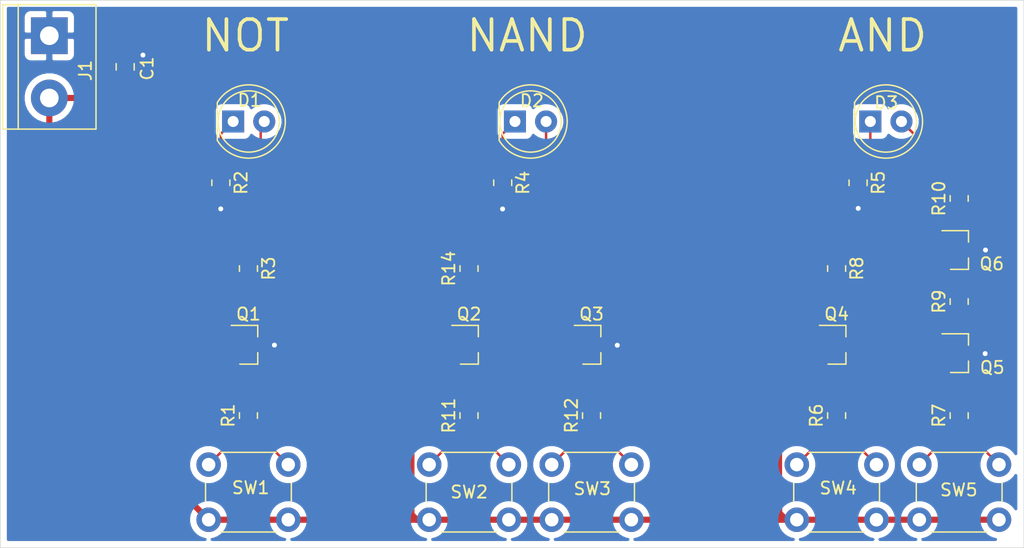
<source format=kicad_pcb>
(kicad_pcb (version 20171130) (host pcbnew "(5.1.10)-1")

  (general
    (thickness 1.6)
    (drawings 7)
    (tracks 126)
    (zones 0)
    (modules 29)
    (nets 23)
  )

  (page A4)
  (layers
    (0 F.Cu signal)
    (31 B.Cu signal)
    (32 B.Adhes user)
    (33 F.Adhes user)
    (34 B.Paste user)
    (35 F.Paste user)
    (36 B.SilkS user)
    (37 F.SilkS user)
    (38 B.Mask user)
    (39 F.Mask user)
    (40 Dwgs.User user)
    (41 Cmts.User user)
    (42 Eco1.User user)
    (43 Eco2.User user)
    (44 Edge.Cuts user)
    (45 Margin user)
    (46 B.CrtYd user)
    (47 F.CrtYd user)
    (48 B.Fab user)
    (49 F.Fab user hide)
  )

  (setup
    (last_trace_width 0.2)
    (user_trace_width 0.2)
    (user_trace_width 0.5)
    (trace_clearance 0.2)
    (zone_clearance 0.508)
    (zone_45_only no)
    (trace_min 0.2)
    (via_size 0.8)
    (via_drill 0.4)
    (via_min_size 0.4)
    (via_min_drill 0.3)
    (uvia_size 0.3)
    (uvia_drill 0.1)
    (uvias_allowed no)
    (uvia_min_size 0.2)
    (uvia_min_drill 0.1)
    (edge_width 0.05)
    (segment_width 0.2)
    (pcb_text_width 0.3)
    (pcb_text_size 1.5 1.5)
    (mod_edge_width 0.12)
    (mod_text_size 1 1)
    (mod_text_width 0.15)
    (pad_size 1.524 1.524)
    (pad_drill 0.762)
    (pad_to_mask_clearance 0)
    (aux_axis_origin 0 0)
    (visible_elements 7FFFFFFF)
    (pcbplotparams
      (layerselection 0x010fc_ffffffff)
      (usegerberextensions false)
      (usegerberattributes true)
      (usegerberadvancedattributes true)
      (creategerberjobfile true)
      (excludeedgelayer true)
      (linewidth 0.100000)
      (plotframeref false)
      (viasonmask false)
      (mode 1)
      (useauxorigin false)
      (hpglpennumber 1)
      (hpglpenspeed 20)
      (hpglpendiameter 15.000000)
      (psnegative false)
      (psa4output false)
      (plotreference true)
      (plotvalue true)
      (plotinvisibletext false)
      (padsonsilk false)
      (subtractmaskfromsilk false)
      (outputformat 1)
      (mirror false)
      (drillshape 1)
      (scaleselection 1)
      (outputdirectory ""))
  )

  (net 0 "")
  (net 1 GND)
  (net 2 VCC)
  (net 3 Q_1)
  (net 4 "Net-(D1-Pad1)")
  (net 5 Q_2)
  (net 6 "Net-(D2-Pad1)")
  (net 7 Q_3)
  (net 8 "Net-(D3-Pad1)")
  (net 9 "Net-(Q1-Pad2)")
  (net 10 "Net-(Q2-Pad3)")
  (net 11 "Net-(Q2-Pad2)")
  (net 12 "Net-(Q3-Pad2)")
  (net 13 "Net-(Q4-Pad1)")
  (net 14 "Net-(Q4-Pad3)")
  (net 15 "Net-(Q4-Pad2)")
  (net 16 "Net-(Q5-Pad2)")
  (net 17 "Net-(Q6-Pad2)")
  (net 18 A_1)
  (net 19 A_3)
  (net 20 B_3)
  (net 21 A_2)
  (net 22 B_2)

  (net_class Default "This is the default net class."
    (clearance 0.2)
    (trace_width 0.25)
    (via_dia 0.8)
    (via_drill 0.4)
    (uvia_dia 0.3)
    (uvia_drill 0.1)
    (add_net A_1)
    (add_net A_2)
    (add_net A_3)
    (add_net B_2)
    (add_net B_3)
    (add_net GND)
    (add_net "Net-(D1-Pad1)")
    (add_net "Net-(D2-Pad1)")
    (add_net "Net-(D3-Pad1)")
    (add_net "Net-(Q1-Pad2)")
    (add_net "Net-(Q2-Pad2)")
    (add_net "Net-(Q2-Pad3)")
    (add_net "Net-(Q3-Pad2)")
    (add_net "Net-(Q4-Pad1)")
    (add_net "Net-(Q4-Pad2)")
    (add_net "Net-(Q4-Pad3)")
    (add_net "Net-(Q5-Pad2)")
    (add_net "Net-(Q6-Pad2)")
    (add_net Q_1)
    (add_net Q_2)
    (add_net Q_3)
    (add_net VCC)
  )

  (module Resistor_SMD:R_0805_2012Metric (layer F.Cu) (tedit 5F68FEEE) (tstamp 6161F4CD)
    (at 103.25 109 90)
    (descr "Resistor SMD 0805 (2012 Metric), square (rectangular) end terminal, IPC_7351 nominal, (Body size source: IPC-SM-782 page 72, https://www.pcb-3d.com/wordpress/wp-content/uploads/ipc-sm-782a_amendment_1_and_2.pdf), generated with kicad-footprint-generator")
    (tags resistor)
    (path /6166D5CB)
    (attr smd)
    (fp_text reference R14 (at 0 -1.65 90) (layer F.SilkS)
      (effects (font (size 1 1) (thickness 0.15)))
    )
    (fp_text value 1k (at 0 1.65 90) (layer F.Fab)
      (effects (font (size 1 1) (thickness 0.15)))
    )
    (fp_line (start 1.68 0.95) (end -1.68 0.95) (layer F.CrtYd) (width 0.05))
    (fp_line (start 1.68 -0.95) (end 1.68 0.95) (layer F.CrtYd) (width 0.05))
    (fp_line (start -1.68 -0.95) (end 1.68 -0.95) (layer F.CrtYd) (width 0.05))
    (fp_line (start -1.68 0.95) (end -1.68 -0.95) (layer F.CrtYd) (width 0.05))
    (fp_line (start -0.227064 0.735) (end 0.227064 0.735) (layer F.SilkS) (width 0.12))
    (fp_line (start -0.227064 -0.735) (end 0.227064 -0.735) (layer F.SilkS) (width 0.12))
    (fp_line (start 1 0.625) (end -1 0.625) (layer F.Fab) (width 0.1))
    (fp_line (start 1 -0.625) (end 1 0.625) (layer F.Fab) (width 0.1))
    (fp_line (start -1 -0.625) (end 1 -0.625) (layer F.Fab) (width 0.1))
    (fp_line (start -1 0.625) (end -1 -0.625) (layer F.Fab) (width 0.1))
    (fp_text user %R (at 0 0 90) (layer F.Fab)
      (effects (font (size 0.5 0.5) (thickness 0.08)))
    )
    (pad 2 smd roundrect (at 0.9125 0 90) (size 1.025 1.4) (layers F.Cu F.Paste F.Mask) (roundrect_rratio 0.243902)
      (net 2 VCC))
    (pad 1 smd roundrect (at -0.9125 0 90) (size 1.025 1.4) (layers F.Cu F.Paste F.Mask) (roundrect_rratio 0.243902)
      (net 5 Q_2))
    (model ${KISYS3DMOD}/Resistor_SMD.3dshapes/R_0805_2012Metric.wrl
      (at (xyz 0 0 0))
      (scale (xyz 1 1 1))
      (rotate (xyz 0 0 0))
    )
  )

  (module Resistor_SMD:R_0805_2012Metric (layer F.Cu) (tedit 5F68FEEE) (tstamp 61603FBC)
    (at 113.25 121 270)
    (descr "Resistor SMD 0805 (2012 Metric), square (rectangular) end terminal, IPC_7351 nominal, (Body size source: IPC-SM-782 page 72, https://www.pcb-3d.com/wordpress/wp-content/uploads/ipc-sm-782a_amendment_1_and_2.pdf), generated with kicad-footprint-generator")
    (tags resistor)
    (path /6160D999)
    (attr smd)
    (fp_text reference R12 (at -0.01 1.64 90) (layer F.SilkS)
      (effects (font (size 1 1) (thickness 0.15)))
    )
    (fp_text value 1k (at 0 1.65 90) (layer F.Fab)
      (effects (font (size 1 1) (thickness 0.15)))
    )
    (fp_line (start 1.68 0.95) (end -1.68 0.95) (layer F.CrtYd) (width 0.05))
    (fp_line (start 1.68 -0.95) (end 1.68 0.95) (layer F.CrtYd) (width 0.05))
    (fp_line (start -1.68 -0.95) (end 1.68 -0.95) (layer F.CrtYd) (width 0.05))
    (fp_line (start -1.68 0.95) (end -1.68 -0.95) (layer F.CrtYd) (width 0.05))
    (fp_line (start -0.227064 0.735) (end 0.227064 0.735) (layer F.SilkS) (width 0.12))
    (fp_line (start -0.227064 -0.735) (end 0.227064 -0.735) (layer F.SilkS) (width 0.12))
    (fp_line (start 1 0.625) (end -1 0.625) (layer F.Fab) (width 0.1))
    (fp_line (start 1 -0.625) (end 1 0.625) (layer F.Fab) (width 0.1))
    (fp_line (start -1 -0.625) (end 1 -0.625) (layer F.Fab) (width 0.1))
    (fp_line (start -1 0.625) (end -1 -0.625) (layer F.Fab) (width 0.1))
    (fp_text user %R (at 0 0 90) (layer F.Fab)
      (effects (font (size 0.5 0.5) (thickness 0.08)))
    )
    (pad 2 smd roundrect (at 0.9125 0 270) (size 1.025 1.4) (layers F.Cu F.Paste F.Mask) (roundrect_rratio 0.243902)
      (net 22 B_2))
    (pad 1 smd roundrect (at -0.9125 0 270) (size 1.025 1.4) (layers F.Cu F.Paste F.Mask) (roundrect_rratio 0.243902)
      (net 12 "Net-(Q3-Pad2)"))
    (model ${KISYS3DMOD}/Resistor_SMD.3dshapes/R_0805_2012Metric.wrl
      (at (xyz 0 0 0))
      (scale (xyz 1 1 1))
      (rotate (xyz 0 0 0))
    )
  )

  (module Resistor_SMD:R_0805_2012Metric (layer F.Cu) (tedit 5F68FEEE) (tstamp 6161F4FD)
    (at 103.25 121 90)
    (descr "Resistor SMD 0805 (2012 Metric), square (rectangular) end terminal, IPC_7351 nominal, (Body size source: IPC-SM-782 page 72, https://www.pcb-3d.com/wordpress/wp-content/uploads/ipc-sm-782a_amendment_1_and_2.pdf), generated with kicad-footprint-generator")
    (tags resistor)
    (path /6166E7C6)
    (attr smd)
    (fp_text reference R11 (at 0 -1.65 90) (layer F.SilkS)
      (effects (font (size 1 1) (thickness 0.15)))
    )
    (fp_text value 1k (at 0 1.65 90) (layer F.Fab)
      (effects (font (size 1 1) (thickness 0.15)))
    )
    (fp_line (start 1.68 0.95) (end -1.68 0.95) (layer F.CrtYd) (width 0.05))
    (fp_line (start 1.68 -0.95) (end 1.68 0.95) (layer F.CrtYd) (width 0.05))
    (fp_line (start -1.68 -0.95) (end 1.68 -0.95) (layer F.CrtYd) (width 0.05))
    (fp_line (start -1.68 0.95) (end -1.68 -0.95) (layer F.CrtYd) (width 0.05))
    (fp_line (start -0.227064 0.735) (end 0.227064 0.735) (layer F.SilkS) (width 0.12))
    (fp_line (start -0.227064 -0.735) (end 0.227064 -0.735) (layer F.SilkS) (width 0.12))
    (fp_line (start 1 0.625) (end -1 0.625) (layer F.Fab) (width 0.1))
    (fp_line (start 1 -0.625) (end 1 0.625) (layer F.Fab) (width 0.1))
    (fp_line (start -1 -0.625) (end 1 -0.625) (layer F.Fab) (width 0.1))
    (fp_line (start -1 0.625) (end -1 -0.625) (layer F.Fab) (width 0.1))
    (fp_text user %R (at 0 0 90) (layer F.Fab)
      (effects (font (size 0.5 0.5) (thickness 0.08)))
    )
    (pad 2 smd roundrect (at 0.9125 0 90) (size 1.025 1.4) (layers F.Cu F.Paste F.Mask) (roundrect_rratio 0.243902)
      (net 11 "Net-(Q2-Pad2)"))
    (pad 1 smd roundrect (at -0.9125 0 90) (size 1.025 1.4) (layers F.Cu F.Paste F.Mask) (roundrect_rratio 0.243902)
      (net 21 A_2))
    (model ${KISYS3DMOD}/Resistor_SMD.3dshapes/R_0805_2012Metric.wrl
      (at (xyz 0 0 0))
      (scale (xyz 1 1 1))
      (rotate (xyz 0 0 0))
    )
  )

  (module Resistor_SMD:R_0805_2012Metric (layer F.Cu) (tedit 5F68FEEE) (tstamp 61603F9A)
    (at 143.25 103.28 90)
    (descr "Resistor SMD 0805 (2012 Metric), square (rectangular) end terminal, IPC_7351 nominal, (Body size source: IPC-SM-782 page 72, https://www.pcb-3d.com/wordpress/wp-content/uploads/ipc-sm-782a_amendment_1_and_2.pdf), generated with kicad-footprint-generator")
    (tags resistor)
    (path /61616FF5)
    (attr smd)
    (fp_text reference R10 (at 0 -1.65 90) (layer F.SilkS)
      (effects (font (size 1 1) (thickness 0.15)))
    )
    (fp_text value 1k (at 0 1.65 90) (layer F.Fab)
      (effects (font (size 1 1) (thickness 0.15)))
    )
    (fp_line (start 1.68 0.95) (end -1.68 0.95) (layer F.CrtYd) (width 0.05))
    (fp_line (start 1.68 -0.95) (end 1.68 0.95) (layer F.CrtYd) (width 0.05))
    (fp_line (start -1.68 -0.95) (end 1.68 -0.95) (layer F.CrtYd) (width 0.05))
    (fp_line (start -1.68 0.95) (end -1.68 -0.95) (layer F.CrtYd) (width 0.05))
    (fp_line (start -0.227064 0.735) (end 0.227064 0.735) (layer F.SilkS) (width 0.12))
    (fp_line (start -0.227064 -0.735) (end 0.227064 -0.735) (layer F.SilkS) (width 0.12))
    (fp_line (start 1 0.625) (end -1 0.625) (layer F.Fab) (width 0.1))
    (fp_line (start 1 -0.625) (end 1 0.625) (layer F.Fab) (width 0.1))
    (fp_line (start -1 -0.625) (end 1 -0.625) (layer F.Fab) (width 0.1))
    (fp_line (start -1 0.625) (end -1 -0.625) (layer F.Fab) (width 0.1))
    (fp_text user %R (at 0 0 90) (layer F.Fab)
      (effects (font (size 0.5 0.5) (thickness 0.08)))
    )
    (pad 2 smd roundrect (at 0.9125 0 90) (size 1.025 1.4) (layers F.Cu F.Paste F.Mask) (roundrect_rratio 0.243902)
      (net 7 Q_3))
    (pad 1 smd roundrect (at -0.9125 0 90) (size 1.025 1.4) (layers F.Cu F.Paste F.Mask) (roundrect_rratio 0.243902)
      (net 2 VCC))
    (model ${KISYS3DMOD}/Resistor_SMD.3dshapes/R_0805_2012Metric.wrl
      (at (xyz 0 0 0))
      (scale (xyz 1 1 1))
      (rotate (xyz 0 0 0))
    )
  )

  (module Resistor_SMD:R_0805_2012Metric (layer F.Cu) (tedit 5F68FEEE) (tstamp 61603F89)
    (at 143.25 111.696666 90)
    (descr "Resistor SMD 0805 (2012 Metric), square (rectangular) end terminal, IPC_7351 nominal, (Body size source: IPC-SM-782 page 72, https://www.pcb-3d.com/wordpress/wp-content/uploads/ipc-sm-782a_amendment_1_and_2.pdf), generated with kicad-footprint-generator")
    (tags resistor)
    (path /616794B9)
    (attr smd)
    (fp_text reference R9 (at 0 -1.65 90) (layer F.SilkS)
      (effects (font (size 1 1) (thickness 0.15)))
    )
    (fp_text value 1k (at 0 1.65 90) (layer F.Fab)
      (effects (font (size 1 1) (thickness 0.15)))
    )
    (fp_line (start 1.68 0.95) (end -1.68 0.95) (layer F.CrtYd) (width 0.05))
    (fp_line (start 1.68 -0.95) (end 1.68 0.95) (layer F.CrtYd) (width 0.05))
    (fp_line (start -1.68 -0.95) (end 1.68 -0.95) (layer F.CrtYd) (width 0.05))
    (fp_line (start -1.68 0.95) (end -1.68 -0.95) (layer F.CrtYd) (width 0.05))
    (fp_line (start -0.227064 0.735) (end 0.227064 0.735) (layer F.SilkS) (width 0.12))
    (fp_line (start -0.227064 -0.735) (end 0.227064 -0.735) (layer F.SilkS) (width 0.12))
    (fp_line (start 1 0.625) (end -1 0.625) (layer F.Fab) (width 0.1))
    (fp_line (start 1 -0.625) (end 1 0.625) (layer F.Fab) (width 0.1))
    (fp_line (start -1 -0.625) (end 1 -0.625) (layer F.Fab) (width 0.1))
    (fp_line (start -1 0.625) (end -1 -0.625) (layer F.Fab) (width 0.1))
    (fp_text user %R (at 0 0 90) (layer F.Fab)
      (effects (font (size 0.5 0.5) (thickness 0.08)))
    )
    (pad 2 smd roundrect (at 0.9125 0 90) (size 1.025 1.4) (layers F.Cu F.Paste F.Mask) (roundrect_rratio 0.243902)
      (net 17 "Net-(Q6-Pad2)"))
    (pad 1 smd roundrect (at -0.9125 0 90) (size 1.025 1.4) (layers F.Cu F.Paste F.Mask) (roundrect_rratio 0.243902)
      (net 13 "Net-(Q4-Pad1)"))
    (model ${KISYS3DMOD}/Resistor_SMD.3dshapes/R_0805_2012Metric.wrl
      (at (xyz 0 0 0))
      (scale (xyz 1 1 1))
      (rotate (xyz 0 0 0))
    )
  )

  (module Resistor_SMD:R_0805_2012Metric (layer F.Cu) (tedit 5F68FEEE) (tstamp 61603F78)
    (at 133.25 109 270)
    (descr "Resistor SMD 0805 (2012 Metric), square (rectangular) end terminal, IPC_7351 nominal, (Body size source: IPC-SM-782 page 72, https://www.pcb-3d.com/wordpress/wp-content/uploads/ipc-sm-782a_amendment_1_and_2.pdf), generated with kicad-footprint-generator")
    (tags resistor)
    (path /6161483F)
    (attr smd)
    (fp_text reference R8 (at 0 -1.65 90) (layer F.SilkS)
      (effects (font (size 1 1) (thickness 0.15)))
    )
    (fp_text value 1k (at 0 1.65 90) (layer F.Fab)
      (effects (font (size 1 1) (thickness 0.15)))
    )
    (fp_line (start 1.68 0.95) (end -1.68 0.95) (layer F.CrtYd) (width 0.05))
    (fp_line (start 1.68 -0.95) (end 1.68 0.95) (layer F.CrtYd) (width 0.05))
    (fp_line (start -1.68 -0.95) (end 1.68 -0.95) (layer F.CrtYd) (width 0.05))
    (fp_line (start -1.68 0.95) (end -1.68 -0.95) (layer F.CrtYd) (width 0.05))
    (fp_line (start -0.227064 0.735) (end 0.227064 0.735) (layer F.SilkS) (width 0.12))
    (fp_line (start -0.227064 -0.735) (end 0.227064 -0.735) (layer F.SilkS) (width 0.12))
    (fp_line (start 1 0.625) (end -1 0.625) (layer F.Fab) (width 0.1))
    (fp_line (start 1 -0.625) (end 1 0.625) (layer F.Fab) (width 0.1))
    (fp_line (start -1 -0.625) (end 1 -0.625) (layer F.Fab) (width 0.1))
    (fp_line (start -1 0.625) (end -1 -0.625) (layer F.Fab) (width 0.1))
    (fp_text user %R (at 0 0 90) (layer F.Fab)
      (effects (font (size 0.5 0.5) (thickness 0.08)))
    )
    (pad 2 smd roundrect (at 0.9125 0 270) (size 1.025 1.4) (layers F.Cu F.Paste F.Mask) (roundrect_rratio 0.243902)
      (net 13 "Net-(Q4-Pad1)"))
    (pad 1 smd roundrect (at -0.9125 0 270) (size 1.025 1.4) (layers F.Cu F.Paste F.Mask) (roundrect_rratio 0.243902)
      (net 2 VCC))
    (model ${KISYS3DMOD}/Resistor_SMD.3dshapes/R_0805_2012Metric.wrl
      (at (xyz 0 0 0))
      (scale (xyz 1 1 1))
      (rotate (xyz 0 0 0))
    )
  )

  (module Resistor_SMD:R_0805_2012Metric (layer F.Cu) (tedit 5F68FEEE) (tstamp 61603F67)
    (at 143.25 121 90)
    (descr "Resistor SMD 0805 (2012 Metric), square (rectangular) end terminal, IPC_7351 nominal, (Body size source: IPC-SM-782 page 72, https://www.pcb-3d.com/wordpress/wp-content/uploads/ipc-sm-782a_amendment_1_and_2.pdf), generated with kicad-footprint-generator")
    (tags resistor)
    (path /6167B6BA)
    (attr smd)
    (fp_text reference R7 (at 0 -1.65 90) (layer F.SilkS)
      (effects (font (size 1 1) (thickness 0.15)))
    )
    (fp_text value 1k (at 0 1.65 90) (layer F.Fab)
      (effects (font (size 1 1) (thickness 0.15)))
    )
    (fp_line (start 1.68 0.95) (end -1.68 0.95) (layer F.CrtYd) (width 0.05))
    (fp_line (start 1.68 -0.95) (end 1.68 0.95) (layer F.CrtYd) (width 0.05))
    (fp_line (start -1.68 -0.95) (end 1.68 -0.95) (layer F.CrtYd) (width 0.05))
    (fp_line (start -1.68 0.95) (end -1.68 -0.95) (layer F.CrtYd) (width 0.05))
    (fp_line (start -0.227064 0.735) (end 0.227064 0.735) (layer F.SilkS) (width 0.12))
    (fp_line (start -0.227064 -0.735) (end 0.227064 -0.735) (layer F.SilkS) (width 0.12))
    (fp_line (start 1 0.625) (end -1 0.625) (layer F.Fab) (width 0.1))
    (fp_line (start 1 -0.625) (end 1 0.625) (layer F.Fab) (width 0.1))
    (fp_line (start -1 -0.625) (end 1 -0.625) (layer F.Fab) (width 0.1))
    (fp_line (start -1 0.625) (end -1 -0.625) (layer F.Fab) (width 0.1))
    (fp_text user %R (at 0 0 90) (layer F.Fab)
      (effects (font (size 0.5 0.5) (thickness 0.08)))
    )
    (pad 2 smd roundrect (at 0.9125 0 90) (size 1.025 1.4) (layers F.Cu F.Paste F.Mask) (roundrect_rratio 0.243902)
      (net 16 "Net-(Q5-Pad2)"))
    (pad 1 smd roundrect (at -0.9125 0 90) (size 1.025 1.4) (layers F.Cu F.Paste F.Mask) (roundrect_rratio 0.243902)
      (net 20 B_3))
    (model ${KISYS3DMOD}/Resistor_SMD.3dshapes/R_0805_2012Metric.wrl
      (at (xyz 0 0 0))
      (scale (xyz 1 1 1))
      (rotate (xyz 0 0 0))
    )
  )

  (module Resistor_SMD:R_0805_2012Metric (layer F.Cu) (tedit 5F68FEEE) (tstamp 61603F56)
    (at 133.25 121 90)
    (descr "Resistor SMD 0805 (2012 Metric), square (rectangular) end terminal, IPC_7351 nominal, (Body size source: IPC-SM-782 page 72, https://www.pcb-3d.com/wordpress/wp-content/uploads/ipc-sm-782a_amendment_1_and_2.pdf), generated with kicad-footprint-generator")
    (tags resistor)
    (path /61614845)
    (attr smd)
    (fp_text reference R6 (at 0 -1.65 90) (layer F.SilkS)
      (effects (font (size 1 1) (thickness 0.15)))
    )
    (fp_text value 1k (at 0 1.65 90) (layer F.Fab)
      (effects (font (size 1 1) (thickness 0.15)))
    )
    (fp_line (start 1.68 0.95) (end -1.68 0.95) (layer F.CrtYd) (width 0.05))
    (fp_line (start 1.68 -0.95) (end 1.68 0.95) (layer F.CrtYd) (width 0.05))
    (fp_line (start -1.68 -0.95) (end 1.68 -0.95) (layer F.CrtYd) (width 0.05))
    (fp_line (start -1.68 0.95) (end -1.68 -0.95) (layer F.CrtYd) (width 0.05))
    (fp_line (start -0.227064 0.735) (end 0.227064 0.735) (layer F.SilkS) (width 0.12))
    (fp_line (start -0.227064 -0.735) (end 0.227064 -0.735) (layer F.SilkS) (width 0.12))
    (fp_line (start 1 0.625) (end -1 0.625) (layer F.Fab) (width 0.1))
    (fp_line (start 1 -0.625) (end 1 0.625) (layer F.Fab) (width 0.1))
    (fp_line (start -1 -0.625) (end 1 -0.625) (layer F.Fab) (width 0.1))
    (fp_line (start -1 0.625) (end -1 -0.625) (layer F.Fab) (width 0.1))
    (fp_text user %R (at 0 0 90) (layer F.Fab)
      (effects (font (size 0.5 0.5) (thickness 0.08)))
    )
    (pad 2 smd roundrect (at 0.9125 0 90) (size 1.025 1.4) (layers F.Cu F.Paste F.Mask) (roundrect_rratio 0.243902)
      (net 15 "Net-(Q4-Pad2)"))
    (pad 1 smd roundrect (at -0.9125 0 90) (size 1.025 1.4) (layers F.Cu F.Paste F.Mask) (roundrect_rratio 0.243902)
      (net 19 A_3))
    (model ${KISYS3DMOD}/Resistor_SMD.3dshapes/R_0805_2012Metric.wrl
      (at (xyz 0 0 0))
      (scale (xyz 1 1 1))
      (rotate (xyz 0 0 0))
    )
  )

  (module Resistor_SMD:R_0805_2012Metric (layer F.Cu) (tedit 5F68FEEE) (tstamp 61603F45)
    (at 135 102 270)
    (descr "Resistor SMD 0805 (2012 Metric), square (rectangular) end terminal, IPC_7351 nominal, (Body size source: IPC-SM-782 page 72, https://www.pcb-3d.com/wordpress/wp-content/uploads/ipc-sm-782a_amendment_1_and_2.pdf), generated with kicad-footprint-generator")
    (tags resistor)
    (path /6169F2D4)
    (attr smd)
    (fp_text reference R5 (at 0 -1.65 90) (layer F.SilkS)
      (effects (font (size 1 1) (thickness 0.15)))
    )
    (fp_text value 1k (at 0 1.65 90) (layer F.Fab)
      (effects (font (size 1 1) (thickness 0.15)))
    )
    (fp_line (start 1.68 0.95) (end -1.68 0.95) (layer F.CrtYd) (width 0.05))
    (fp_line (start 1.68 -0.95) (end 1.68 0.95) (layer F.CrtYd) (width 0.05))
    (fp_line (start -1.68 -0.95) (end 1.68 -0.95) (layer F.CrtYd) (width 0.05))
    (fp_line (start -1.68 0.95) (end -1.68 -0.95) (layer F.CrtYd) (width 0.05))
    (fp_line (start -0.227064 0.735) (end 0.227064 0.735) (layer F.SilkS) (width 0.12))
    (fp_line (start -0.227064 -0.735) (end 0.227064 -0.735) (layer F.SilkS) (width 0.12))
    (fp_line (start 1 0.625) (end -1 0.625) (layer F.Fab) (width 0.1))
    (fp_line (start 1 -0.625) (end 1 0.625) (layer F.Fab) (width 0.1))
    (fp_line (start -1 -0.625) (end 1 -0.625) (layer F.Fab) (width 0.1))
    (fp_line (start -1 0.625) (end -1 -0.625) (layer F.Fab) (width 0.1))
    (fp_text user %R (at 0 0 90) (layer F.Fab)
      (effects (font (size 0.5 0.5) (thickness 0.08)))
    )
    (pad 2 smd roundrect (at 0.9125 0 270) (size 1.025 1.4) (layers F.Cu F.Paste F.Mask) (roundrect_rratio 0.243902)
      (net 1 GND))
    (pad 1 smd roundrect (at -0.9125 0 270) (size 1.025 1.4) (layers F.Cu F.Paste F.Mask) (roundrect_rratio 0.243902)
      (net 8 "Net-(D3-Pad1)"))
    (model ${KISYS3DMOD}/Resistor_SMD.3dshapes/R_0805_2012Metric.wrl
      (at (xyz 0 0 0))
      (scale (xyz 1 1 1))
      (rotate (xyz 0 0 0))
    )
  )

  (module Resistor_SMD:R_0805_2012Metric (layer F.Cu) (tedit 5F68FEEE) (tstamp 61603F34)
    (at 106 102 270)
    (descr "Resistor SMD 0805 (2012 Metric), square (rectangular) end terminal, IPC_7351 nominal, (Body size source: IPC-SM-782 page 72, https://www.pcb-3d.com/wordpress/wp-content/uploads/ipc-sm-782a_amendment_1_and_2.pdf), generated with kicad-footprint-generator")
    (tags resistor)
    (path /6169E009)
    (attr smd)
    (fp_text reference R4 (at 0 -1.65 90) (layer F.SilkS)
      (effects (font (size 1 1) (thickness 0.15)))
    )
    (fp_text value 1k (at 0 1.65 90) (layer F.Fab)
      (effects (font (size 1 1) (thickness 0.15)))
    )
    (fp_line (start 1.68 0.95) (end -1.68 0.95) (layer F.CrtYd) (width 0.05))
    (fp_line (start 1.68 -0.95) (end 1.68 0.95) (layer F.CrtYd) (width 0.05))
    (fp_line (start -1.68 -0.95) (end 1.68 -0.95) (layer F.CrtYd) (width 0.05))
    (fp_line (start -1.68 0.95) (end -1.68 -0.95) (layer F.CrtYd) (width 0.05))
    (fp_line (start -0.227064 0.735) (end 0.227064 0.735) (layer F.SilkS) (width 0.12))
    (fp_line (start -0.227064 -0.735) (end 0.227064 -0.735) (layer F.SilkS) (width 0.12))
    (fp_line (start 1 0.625) (end -1 0.625) (layer F.Fab) (width 0.1))
    (fp_line (start 1 -0.625) (end 1 0.625) (layer F.Fab) (width 0.1))
    (fp_line (start -1 -0.625) (end 1 -0.625) (layer F.Fab) (width 0.1))
    (fp_line (start -1 0.625) (end -1 -0.625) (layer F.Fab) (width 0.1))
    (fp_text user %R (at 0 0 90) (layer F.Fab)
      (effects (font (size 0.5 0.5) (thickness 0.08)))
    )
    (pad 2 smd roundrect (at 0.9125 0 270) (size 1.025 1.4) (layers F.Cu F.Paste F.Mask) (roundrect_rratio 0.243902)
      (net 1 GND))
    (pad 1 smd roundrect (at -0.9125 0 270) (size 1.025 1.4) (layers F.Cu F.Paste F.Mask) (roundrect_rratio 0.243902)
      (net 6 "Net-(D2-Pad1)"))
    (model ${KISYS3DMOD}/Resistor_SMD.3dshapes/R_0805_2012Metric.wrl
      (at (xyz 0 0 0))
      (scale (xyz 1 1 1))
      (rotate (xyz 0 0 0))
    )
  )

  (module Resistor_SMD:R_0805_2012Metric (layer F.Cu) (tedit 5F68FEEE) (tstamp 61603F23)
    (at 85.25 109 270)
    (descr "Resistor SMD 0805 (2012 Metric), square (rectangular) end terminal, IPC_7351 nominal, (Body size source: IPC-SM-782 page 72, https://www.pcb-3d.com/wordpress/wp-content/uploads/ipc-sm-782a_amendment_1_and_2.pdf), generated with kicad-footprint-generator")
    (tags resistor)
    (path /616021E6)
    (attr smd)
    (fp_text reference R3 (at 0 -1.65 90) (layer F.SilkS)
      (effects (font (size 1 1) (thickness 0.15)))
    )
    (fp_text value 1k (at 0 1.65 90) (layer F.Fab)
      (effects (font (size 1 1) (thickness 0.15)))
    )
    (fp_line (start 1.68 0.95) (end -1.68 0.95) (layer F.CrtYd) (width 0.05))
    (fp_line (start 1.68 -0.95) (end 1.68 0.95) (layer F.CrtYd) (width 0.05))
    (fp_line (start -1.68 -0.95) (end 1.68 -0.95) (layer F.CrtYd) (width 0.05))
    (fp_line (start -1.68 0.95) (end -1.68 -0.95) (layer F.CrtYd) (width 0.05))
    (fp_line (start -0.227064 0.735) (end 0.227064 0.735) (layer F.SilkS) (width 0.12))
    (fp_line (start -0.227064 -0.735) (end 0.227064 -0.735) (layer F.SilkS) (width 0.12))
    (fp_line (start 1 0.625) (end -1 0.625) (layer F.Fab) (width 0.1))
    (fp_line (start 1 -0.625) (end 1 0.625) (layer F.Fab) (width 0.1))
    (fp_line (start -1 -0.625) (end 1 -0.625) (layer F.Fab) (width 0.1))
    (fp_line (start -1 0.625) (end -1 -0.625) (layer F.Fab) (width 0.1))
    (fp_text user %R (at 0 0 90) (layer F.Fab)
      (effects (font (size 0.5 0.5) (thickness 0.08)))
    )
    (pad 2 smd roundrect (at 0.9125 0 270) (size 1.025 1.4) (layers F.Cu F.Paste F.Mask) (roundrect_rratio 0.243902)
      (net 3 Q_1))
    (pad 1 smd roundrect (at -0.9125 0 270) (size 1.025 1.4) (layers F.Cu F.Paste F.Mask) (roundrect_rratio 0.243902)
      (net 2 VCC))
    (model ${KISYS3DMOD}/Resistor_SMD.3dshapes/R_0805_2012Metric.wrl
      (at (xyz 0 0 0))
      (scale (xyz 1 1 1))
      (rotate (xyz 0 0 0))
    )
  )

  (module Resistor_SMD:R_0805_2012Metric (layer F.Cu) (tedit 5F68FEEE) (tstamp 6161F0A5)
    (at 83 102 270)
    (descr "Resistor SMD 0805 (2012 Metric), square (rectangular) end terminal, IPC_7351 nominal, (Body size source: IPC-SM-782 page 72, https://www.pcb-3d.com/wordpress/wp-content/uploads/ipc-sm-782a_amendment_1_and_2.pdf), generated with kicad-footprint-generator")
    (tags resistor)
    (path /616981EE)
    (attr smd)
    (fp_text reference R2 (at 0 -1.65 90) (layer F.SilkS)
      (effects (font (size 1 1) (thickness 0.15)))
    )
    (fp_text value 1k (at 0 1.65 90) (layer F.Fab)
      (effects (font (size 1 1) (thickness 0.15)))
    )
    (fp_line (start 1.68 0.95) (end -1.68 0.95) (layer F.CrtYd) (width 0.05))
    (fp_line (start 1.68 -0.95) (end 1.68 0.95) (layer F.CrtYd) (width 0.05))
    (fp_line (start -1.68 -0.95) (end 1.68 -0.95) (layer F.CrtYd) (width 0.05))
    (fp_line (start -1.68 0.95) (end -1.68 -0.95) (layer F.CrtYd) (width 0.05))
    (fp_line (start -0.227064 0.735) (end 0.227064 0.735) (layer F.SilkS) (width 0.12))
    (fp_line (start -0.227064 -0.735) (end 0.227064 -0.735) (layer F.SilkS) (width 0.12))
    (fp_line (start 1 0.625) (end -1 0.625) (layer F.Fab) (width 0.1))
    (fp_line (start 1 -0.625) (end 1 0.625) (layer F.Fab) (width 0.1))
    (fp_line (start -1 -0.625) (end 1 -0.625) (layer F.Fab) (width 0.1))
    (fp_line (start -1 0.625) (end -1 -0.625) (layer F.Fab) (width 0.1))
    (fp_text user %R (at 0 0 90) (layer F.Fab)
      (effects (font (size 0.5 0.5) (thickness 0.08)))
    )
    (pad 2 smd roundrect (at 0.9125 0 270) (size 1.025 1.4) (layers F.Cu F.Paste F.Mask) (roundrect_rratio 0.243902)
      (net 1 GND))
    (pad 1 smd roundrect (at -0.9125 0 270) (size 1.025 1.4) (layers F.Cu F.Paste F.Mask) (roundrect_rratio 0.243902)
      (net 4 "Net-(D1-Pad1)"))
    (model ${KISYS3DMOD}/Resistor_SMD.3dshapes/R_0805_2012Metric.wrl
      (at (xyz 0 0 0))
      (scale (xyz 1 1 1))
      (rotate (xyz 0 0 0))
    )
  )

  (module Resistor_SMD:R_0805_2012Metric (layer F.Cu) (tedit 5F68FEEE) (tstamp 61603F01)
    (at 85.25 121 90)
    (descr "Resistor SMD 0805 (2012 Metric), square (rectangular) end terminal, IPC_7351 nominal, (Body size source: IPC-SM-782 page 72, https://www.pcb-3d.com/wordpress/wp-content/uploads/ipc-sm-782a_amendment_1_and_2.pdf), generated with kicad-footprint-generator")
    (tags resistor)
    (path /6160299A)
    (attr smd)
    (fp_text reference R1 (at 0 -1.65 90) (layer F.SilkS)
      (effects (font (size 1 1) (thickness 0.15)))
    )
    (fp_text value 1k (at 0 1.65 90) (layer F.Fab)
      (effects (font (size 1 1) (thickness 0.15)))
    )
    (fp_line (start 1.68 0.95) (end -1.68 0.95) (layer F.CrtYd) (width 0.05))
    (fp_line (start 1.68 -0.95) (end 1.68 0.95) (layer F.CrtYd) (width 0.05))
    (fp_line (start -1.68 -0.95) (end 1.68 -0.95) (layer F.CrtYd) (width 0.05))
    (fp_line (start -1.68 0.95) (end -1.68 -0.95) (layer F.CrtYd) (width 0.05))
    (fp_line (start -0.227064 0.735) (end 0.227064 0.735) (layer F.SilkS) (width 0.12))
    (fp_line (start -0.227064 -0.735) (end 0.227064 -0.735) (layer F.SilkS) (width 0.12))
    (fp_line (start 1 0.625) (end -1 0.625) (layer F.Fab) (width 0.1))
    (fp_line (start 1 -0.625) (end 1 0.625) (layer F.Fab) (width 0.1))
    (fp_line (start -1 -0.625) (end 1 -0.625) (layer F.Fab) (width 0.1))
    (fp_line (start -1 0.625) (end -1 -0.625) (layer F.Fab) (width 0.1))
    (fp_text user %R (at 0 0 90) (layer F.Fab)
      (effects (font (size 0.5 0.5) (thickness 0.08)))
    )
    (pad 2 smd roundrect (at 0.9125 0 90) (size 1.025 1.4) (layers F.Cu F.Paste F.Mask) (roundrect_rratio 0.243902)
      (net 9 "Net-(Q1-Pad2)"))
    (pad 1 smd roundrect (at -0.9125 0 90) (size 1.025 1.4) (layers F.Cu F.Paste F.Mask) (roundrect_rratio 0.243902)
      (net 18 A_1))
    (model ${KISYS3DMOD}/Resistor_SMD.3dshapes/R_0805_2012Metric.wrl
      (at (xyz 0 0 0))
      (scale (xyz 1 1 1))
      (rotate (xyz 0 0 0))
    )
  )

  (module Package_TO_SOT_SMD:SOT-23 (layer F.Cu) (tedit 5A02FF57) (tstamp 61603EF0)
    (at 143.25 107.488333)
    (descr "SOT-23, Standard")
    (tags SOT-23)
    (path /6167E901)
    (attr smd)
    (fp_text reference Q6 (at 2.66 1.131667) (layer F.SilkS)
      (effects (font (size 1 1) (thickness 0.15)))
    )
    (fp_text value BC547 (at 0 2.5) (layer F.Fab)
      (effects (font (size 1 1) (thickness 0.15)))
    )
    (fp_line (start 0.76 1.58) (end -0.7 1.58) (layer F.SilkS) (width 0.12))
    (fp_line (start 0.76 -1.58) (end -1.4 -1.58) (layer F.SilkS) (width 0.12))
    (fp_line (start -1.7 1.75) (end -1.7 -1.75) (layer F.CrtYd) (width 0.05))
    (fp_line (start 1.7 1.75) (end -1.7 1.75) (layer F.CrtYd) (width 0.05))
    (fp_line (start 1.7 -1.75) (end 1.7 1.75) (layer F.CrtYd) (width 0.05))
    (fp_line (start -1.7 -1.75) (end 1.7 -1.75) (layer F.CrtYd) (width 0.05))
    (fp_line (start 0.76 -1.58) (end 0.76 -0.65) (layer F.SilkS) (width 0.12))
    (fp_line (start 0.76 1.58) (end 0.76 0.65) (layer F.SilkS) (width 0.12))
    (fp_line (start -0.7 1.52) (end 0.7 1.52) (layer F.Fab) (width 0.1))
    (fp_line (start 0.7 -1.52) (end 0.7 1.52) (layer F.Fab) (width 0.1))
    (fp_line (start -0.7 -0.95) (end -0.15 -1.52) (layer F.Fab) (width 0.1))
    (fp_line (start -0.15 -1.52) (end 0.7 -1.52) (layer F.Fab) (width 0.1))
    (fp_line (start -0.7 -0.95) (end -0.7 1.5) (layer F.Fab) (width 0.1))
    (fp_text user %R (at 0 0 90) (layer F.Fab)
      (effects (font (size 0.5 0.5) (thickness 0.075)))
    )
    (pad 3 smd rect (at 1 0) (size 0.9 0.8) (layers F.Cu F.Paste F.Mask)
      (net 1 GND))
    (pad 2 smd rect (at -1 0.95) (size 0.9 0.8) (layers F.Cu F.Paste F.Mask)
      (net 17 "Net-(Q6-Pad2)"))
    (pad 1 smd rect (at -1 -0.95) (size 0.9 0.8) (layers F.Cu F.Paste F.Mask)
      (net 7 Q_3))
    (model ${KISYS3DMOD}/Package_TO_SOT_SMD.3dshapes/SOT-23.wrl
      (at (xyz 0 0 0))
      (scale (xyz 1 1 1))
      (rotate (xyz 0 0 0))
    )
  )

  (module Package_TO_SOT_SMD:SOT-23 (layer F.Cu) (tedit 5A02FF57) (tstamp 61603EDB)
    (at 143.25 115.904999)
    (descr "SOT-23, Standard")
    (tags SOT-23)
    (path /6167CEAA)
    (attr smd)
    (fp_text reference Q5 (at 2.7 1.175001) (layer F.SilkS)
      (effects (font (size 1 1) (thickness 0.15)))
    )
    (fp_text value BC547 (at 0 2.5) (layer F.Fab)
      (effects (font (size 1 1) (thickness 0.15)))
    )
    (fp_line (start 0.76 1.58) (end -0.7 1.58) (layer F.SilkS) (width 0.12))
    (fp_line (start 0.76 -1.58) (end -1.4 -1.58) (layer F.SilkS) (width 0.12))
    (fp_line (start -1.7 1.75) (end -1.7 -1.75) (layer F.CrtYd) (width 0.05))
    (fp_line (start 1.7 1.75) (end -1.7 1.75) (layer F.CrtYd) (width 0.05))
    (fp_line (start 1.7 -1.75) (end 1.7 1.75) (layer F.CrtYd) (width 0.05))
    (fp_line (start -1.7 -1.75) (end 1.7 -1.75) (layer F.CrtYd) (width 0.05))
    (fp_line (start 0.76 -1.58) (end 0.76 -0.65) (layer F.SilkS) (width 0.12))
    (fp_line (start 0.76 1.58) (end 0.76 0.65) (layer F.SilkS) (width 0.12))
    (fp_line (start -0.7 1.52) (end 0.7 1.52) (layer F.Fab) (width 0.1))
    (fp_line (start 0.7 -1.52) (end 0.7 1.52) (layer F.Fab) (width 0.1))
    (fp_line (start -0.7 -0.95) (end -0.15 -1.52) (layer F.Fab) (width 0.1))
    (fp_line (start -0.15 -1.52) (end 0.7 -1.52) (layer F.Fab) (width 0.1))
    (fp_line (start -0.7 -0.95) (end -0.7 1.5) (layer F.Fab) (width 0.1))
    (fp_text user %R (at 0 0 90) (layer F.Fab)
      (effects (font (size 0.5 0.5) (thickness 0.075)))
    )
    (pad 3 smd rect (at 1 0) (size 0.9 0.8) (layers F.Cu F.Paste F.Mask)
      (net 1 GND))
    (pad 2 smd rect (at -1 0.95) (size 0.9 0.8) (layers F.Cu F.Paste F.Mask)
      (net 16 "Net-(Q5-Pad2)"))
    (pad 1 smd rect (at -1 -0.95) (size 0.9 0.8) (layers F.Cu F.Paste F.Mask)
      (net 14 "Net-(Q4-Pad3)"))
    (model ${KISYS3DMOD}/Package_TO_SOT_SMD.3dshapes/SOT-23.wrl
      (at (xyz 0 0 0))
      (scale (xyz 1 1 1))
      (rotate (xyz 0 0 0))
    )
  )

  (module Package_TO_SOT_SMD:SOT-23 (layer F.Cu) (tedit 5A02FF57) (tstamp 61603EC6)
    (at 133.25 115.22)
    (descr "SOT-23, Standard")
    (tags SOT-23)
    (path /6167D9CA)
    (attr smd)
    (fp_text reference Q4 (at 0 -2.5) (layer F.SilkS)
      (effects (font (size 1 1) (thickness 0.15)))
    )
    (fp_text value BC547 (at 0 2.5) (layer F.Fab)
      (effects (font (size 1 1) (thickness 0.15)))
    )
    (fp_line (start 0.76 1.58) (end -0.7 1.58) (layer F.SilkS) (width 0.12))
    (fp_line (start 0.76 -1.58) (end -1.4 -1.58) (layer F.SilkS) (width 0.12))
    (fp_line (start -1.7 1.75) (end -1.7 -1.75) (layer F.CrtYd) (width 0.05))
    (fp_line (start 1.7 1.75) (end -1.7 1.75) (layer F.CrtYd) (width 0.05))
    (fp_line (start 1.7 -1.75) (end 1.7 1.75) (layer F.CrtYd) (width 0.05))
    (fp_line (start -1.7 -1.75) (end 1.7 -1.75) (layer F.CrtYd) (width 0.05))
    (fp_line (start 0.76 -1.58) (end 0.76 -0.65) (layer F.SilkS) (width 0.12))
    (fp_line (start 0.76 1.58) (end 0.76 0.65) (layer F.SilkS) (width 0.12))
    (fp_line (start -0.7 1.52) (end 0.7 1.52) (layer F.Fab) (width 0.1))
    (fp_line (start 0.7 -1.52) (end 0.7 1.52) (layer F.Fab) (width 0.1))
    (fp_line (start -0.7 -0.95) (end -0.15 -1.52) (layer F.Fab) (width 0.1))
    (fp_line (start -0.15 -1.52) (end 0.7 -1.52) (layer F.Fab) (width 0.1))
    (fp_line (start -0.7 -0.95) (end -0.7 1.5) (layer F.Fab) (width 0.1))
    (fp_text user %R (at 0 0 90) (layer F.Fab)
      (effects (font (size 0.5 0.5) (thickness 0.075)))
    )
    (pad 3 smd rect (at 1 0) (size 0.9 0.8) (layers F.Cu F.Paste F.Mask)
      (net 14 "Net-(Q4-Pad3)"))
    (pad 2 smd rect (at -1 0.95) (size 0.9 0.8) (layers F.Cu F.Paste F.Mask)
      (net 15 "Net-(Q4-Pad2)"))
    (pad 1 smd rect (at -1 -0.95) (size 0.9 0.8) (layers F.Cu F.Paste F.Mask)
      (net 13 "Net-(Q4-Pad1)"))
    (model ${KISYS3DMOD}/Package_TO_SOT_SMD.3dshapes/SOT-23.wrl
      (at (xyz 0 0 0))
      (scale (xyz 1 1 1))
      (rotate (xyz 0 0 0))
    )
  )

  (module Package_TO_SOT_SMD:SOT-23 (layer F.Cu) (tedit 5A02FF57) (tstamp 61603EB1)
    (at 113.25 115.22)
    (descr "SOT-23, Standard")
    (tags SOT-23)
    (path /61670D08)
    (attr smd)
    (fp_text reference Q3 (at 0 -2.5) (layer F.SilkS)
      (effects (font (size 1 1) (thickness 0.15)))
    )
    (fp_text value BC547 (at 0 2.5) (layer F.Fab)
      (effects (font (size 1 1) (thickness 0.15)))
    )
    (fp_line (start 0.76 1.58) (end -0.7 1.58) (layer F.SilkS) (width 0.12))
    (fp_line (start 0.76 -1.58) (end -1.4 -1.58) (layer F.SilkS) (width 0.12))
    (fp_line (start -1.7 1.75) (end -1.7 -1.75) (layer F.CrtYd) (width 0.05))
    (fp_line (start 1.7 1.75) (end -1.7 1.75) (layer F.CrtYd) (width 0.05))
    (fp_line (start 1.7 -1.75) (end 1.7 1.75) (layer F.CrtYd) (width 0.05))
    (fp_line (start -1.7 -1.75) (end 1.7 -1.75) (layer F.CrtYd) (width 0.05))
    (fp_line (start 0.76 -1.58) (end 0.76 -0.65) (layer F.SilkS) (width 0.12))
    (fp_line (start 0.76 1.58) (end 0.76 0.65) (layer F.SilkS) (width 0.12))
    (fp_line (start -0.7 1.52) (end 0.7 1.52) (layer F.Fab) (width 0.1))
    (fp_line (start 0.7 -1.52) (end 0.7 1.52) (layer F.Fab) (width 0.1))
    (fp_line (start -0.7 -0.95) (end -0.15 -1.52) (layer F.Fab) (width 0.1))
    (fp_line (start -0.15 -1.52) (end 0.7 -1.52) (layer F.Fab) (width 0.1))
    (fp_line (start -0.7 -0.95) (end -0.7 1.5) (layer F.Fab) (width 0.1))
    (fp_text user %R (at 0 0 90) (layer F.Fab)
      (effects (font (size 0.5 0.5) (thickness 0.075)))
    )
    (pad 3 smd rect (at 1 0) (size 0.9 0.8) (layers F.Cu F.Paste F.Mask)
      (net 1 GND))
    (pad 2 smd rect (at -1 0.95) (size 0.9 0.8) (layers F.Cu F.Paste F.Mask)
      (net 12 "Net-(Q3-Pad2)"))
    (pad 1 smd rect (at -1 -0.95) (size 0.9 0.8) (layers F.Cu F.Paste F.Mask)
      (net 10 "Net-(Q2-Pad3)"))
    (model ${KISYS3DMOD}/Package_TO_SOT_SMD.3dshapes/SOT-23.wrl
      (at (xyz 0 0 0))
      (scale (xyz 1 1 1))
      (rotate (xyz 0 0 0))
    )
  )

  (module Package_TO_SOT_SMD:SOT-23 (layer F.Cu) (tedit 5A02FF57) (tstamp 6161F495)
    (at 103.25 115.22)
    (descr "SOT-23, Standard")
    (tags SOT-23)
    (path /6166FD9D)
    (attr smd)
    (fp_text reference Q2 (at 0 -2.5) (layer F.SilkS)
      (effects (font (size 1 1) (thickness 0.15)))
    )
    (fp_text value BC547 (at 0 2.5) (layer F.Fab)
      (effects (font (size 1 1) (thickness 0.15)))
    )
    (fp_line (start 0.76 1.58) (end -0.7 1.58) (layer F.SilkS) (width 0.12))
    (fp_line (start 0.76 -1.58) (end -1.4 -1.58) (layer F.SilkS) (width 0.12))
    (fp_line (start -1.7 1.75) (end -1.7 -1.75) (layer F.CrtYd) (width 0.05))
    (fp_line (start 1.7 1.75) (end -1.7 1.75) (layer F.CrtYd) (width 0.05))
    (fp_line (start 1.7 -1.75) (end 1.7 1.75) (layer F.CrtYd) (width 0.05))
    (fp_line (start -1.7 -1.75) (end 1.7 -1.75) (layer F.CrtYd) (width 0.05))
    (fp_line (start 0.76 -1.58) (end 0.76 -0.65) (layer F.SilkS) (width 0.12))
    (fp_line (start 0.76 1.58) (end 0.76 0.65) (layer F.SilkS) (width 0.12))
    (fp_line (start -0.7 1.52) (end 0.7 1.52) (layer F.Fab) (width 0.1))
    (fp_line (start 0.7 -1.52) (end 0.7 1.52) (layer F.Fab) (width 0.1))
    (fp_line (start -0.7 -0.95) (end -0.15 -1.52) (layer F.Fab) (width 0.1))
    (fp_line (start -0.15 -1.52) (end 0.7 -1.52) (layer F.Fab) (width 0.1))
    (fp_line (start -0.7 -0.95) (end -0.7 1.5) (layer F.Fab) (width 0.1))
    (fp_text user %R (at 0 0 90) (layer F.Fab)
      (effects (font (size 0.5 0.5) (thickness 0.075)))
    )
    (pad 3 smd rect (at 1 0) (size 0.9 0.8) (layers F.Cu F.Paste F.Mask)
      (net 10 "Net-(Q2-Pad3)"))
    (pad 2 smd rect (at -1 0.95) (size 0.9 0.8) (layers F.Cu F.Paste F.Mask)
      (net 11 "Net-(Q2-Pad2)"))
    (pad 1 smd rect (at -1 -0.95) (size 0.9 0.8) (layers F.Cu F.Paste F.Mask)
      (net 5 Q_2))
    (model ${KISYS3DMOD}/Package_TO_SOT_SMD.3dshapes/SOT-23.wrl
      (at (xyz 0 0 0))
      (scale (xyz 1 1 1))
      (rotate (xyz 0 0 0))
    )
  )

  (module Package_TO_SOT_SMD:SOT-23 (layer F.Cu) (tedit 5A02FF57) (tstamp 61603E87)
    (at 85.25 115.22)
    (descr "SOT-23, Standard")
    (tags SOT-23)
    (path /61667E75)
    (attr smd)
    (fp_text reference Q1 (at 0 -2.5) (layer F.SilkS)
      (effects (font (size 1 1) (thickness 0.15)))
    )
    (fp_text value BC547 (at 0 2.5) (layer F.Fab)
      (effects (font (size 1 1) (thickness 0.15)))
    )
    (fp_line (start 0.76 1.58) (end -0.7 1.58) (layer F.SilkS) (width 0.12))
    (fp_line (start 0.76 -1.58) (end -1.4 -1.58) (layer F.SilkS) (width 0.12))
    (fp_line (start -1.7 1.75) (end -1.7 -1.75) (layer F.CrtYd) (width 0.05))
    (fp_line (start 1.7 1.75) (end -1.7 1.75) (layer F.CrtYd) (width 0.05))
    (fp_line (start 1.7 -1.75) (end 1.7 1.75) (layer F.CrtYd) (width 0.05))
    (fp_line (start -1.7 -1.75) (end 1.7 -1.75) (layer F.CrtYd) (width 0.05))
    (fp_line (start 0.76 -1.58) (end 0.76 -0.65) (layer F.SilkS) (width 0.12))
    (fp_line (start 0.76 1.58) (end 0.76 0.65) (layer F.SilkS) (width 0.12))
    (fp_line (start -0.7 1.52) (end 0.7 1.52) (layer F.Fab) (width 0.1))
    (fp_line (start 0.7 -1.52) (end 0.7 1.52) (layer F.Fab) (width 0.1))
    (fp_line (start -0.7 -0.95) (end -0.15 -1.52) (layer F.Fab) (width 0.1))
    (fp_line (start -0.15 -1.52) (end 0.7 -1.52) (layer F.Fab) (width 0.1))
    (fp_line (start -0.7 -0.95) (end -0.7 1.5) (layer F.Fab) (width 0.1))
    (fp_text user %R (at 0 0 90) (layer F.Fab)
      (effects (font (size 0.5 0.5) (thickness 0.075)))
    )
    (pad 3 smd rect (at 1 0) (size 0.9 0.8) (layers F.Cu F.Paste F.Mask)
      (net 1 GND))
    (pad 2 smd rect (at -1 0.95) (size 0.9 0.8) (layers F.Cu F.Paste F.Mask)
      (net 9 "Net-(Q1-Pad2)"))
    (pad 1 smd rect (at -1 -0.95) (size 0.9 0.8) (layers F.Cu F.Paste F.Mask)
      (net 3 Q_1))
    (model ${KISYS3DMOD}/Package_TO_SOT_SMD.3dshapes/SOT-23.wrl
      (at (xyz 0 0 0))
      (scale (xyz 1 1 1))
      (rotate (xyz 0 0 0))
    )
  )

  (module TerminalBlock:TerminalBlock_bornier-2_P5.08mm (layer F.Cu) (tedit 59FF03AB) (tstamp 61620719)
    (at 69 90 270)
    (descr "simple 2-pin terminal block, pitch 5.08mm, revamped version of bornier2")
    (tags "terminal block bornier2")
    (path /616A096A)
    (fp_text reference J1 (at 2.84 -2.94 90) (layer F.SilkS)
      (effects (font (size 1 1) (thickness 0.15)))
    )
    (fp_text value Screw_Terminal_01x02 (at 2.54 5.08 90) (layer F.Fab)
      (effects (font (size 1 1) (thickness 0.15)))
    )
    (fp_line (start 7.79 4) (end -2.71 4) (layer F.CrtYd) (width 0.05))
    (fp_line (start 7.79 4) (end 7.79 -4) (layer F.CrtYd) (width 0.05))
    (fp_line (start -2.71 -4) (end -2.71 4) (layer F.CrtYd) (width 0.05))
    (fp_line (start -2.71 -4) (end 7.79 -4) (layer F.CrtYd) (width 0.05))
    (fp_line (start -2.54 3.81) (end 7.62 3.81) (layer F.SilkS) (width 0.12))
    (fp_line (start -2.54 -3.81) (end -2.54 3.81) (layer F.SilkS) (width 0.12))
    (fp_line (start 7.62 -3.81) (end -2.54 -3.81) (layer F.SilkS) (width 0.12))
    (fp_line (start 7.62 3.81) (end 7.62 -3.81) (layer F.SilkS) (width 0.12))
    (fp_line (start 7.62 2.54) (end -2.54 2.54) (layer F.SilkS) (width 0.12))
    (fp_line (start 7.54 -3.75) (end -2.46 -3.75) (layer F.Fab) (width 0.1))
    (fp_line (start 7.54 3.75) (end 7.54 -3.75) (layer F.Fab) (width 0.1))
    (fp_line (start -2.46 3.75) (end 7.54 3.75) (layer F.Fab) (width 0.1))
    (fp_line (start -2.46 -3.75) (end -2.46 3.75) (layer F.Fab) (width 0.1))
    (fp_line (start -2.41 2.55) (end 7.49 2.55) (layer F.Fab) (width 0.1))
    (fp_text user %R (at 2.54 0 90) (layer F.Fab)
      (effects (font (size 1 1) (thickness 0.15)))
    )
    (pad 2 thru_hole circle (at 5.08 0 270) (size 3 3) (drill 1.52) (layers *.Cu *.Mask)
      (net 2 VCC))
    (pad 1 thru_hole rect (at 0 0 270) (size 3 3) (drill 1.52) (layers *.Cu *.Mask)
      (net 1 GND))
    (model ${KISYS3DMOD}/TerminalBlock.3dshapes/TerminalBlock_bornier-2_P5.08mm.wrl
      (offset (xyz 2.539999961853027 0 0))
      (scale (xyz 1 1 1))
      (rotate (xyz 0 0 0))
    )
  )

  (module LED_THT:LED_D5.0mm (layer F.Cu) (tedit 5995936A) (tstamp 61603E5D)
    (at 136 97)
    (descr "LED, diameter 5.0mm, 2 pins, http://cdn-reichelt.de/documents/datenblatt/A500/LL-504BC2E-009.pdf")
    (tags "LED diameter 5.0mm 2 pins")
    (path /61695AB5)
    (fp_text reference D3 (at 1.3 -1.52) (layer F.SilkS)
      (effects (font (size 1 1) (thickness 0.15)))
    )
    (fp_text value LED (at 1.27 3.96) (layer F.Fab)
      (effects (font (size 1 1) (thickness 0.15)))
    )
    (fp_line (start 4.5 -3.25) (end -1.95 -3.25) (layer F.CrtYd) (width 0.05))
    (fp_line (start 4.5 3.25) (end 4.5 -3.25) (layer F.CrtYd) (width 0.05))
    (fp_line (start -1.95 3.25) (end 4.5 3.25) (layer F.CrtYd) (width 0.05))
    (fp_line (start -1.95 -3.25) (end -1.95 3.25) (layer F.CrtYd) (width 0.05))
    (fp_line (start -1.29 -1.545) (end -1.29 1.545) (layer F.SilkS) (width 0.12))
    (fp_line (start -1.23 -1.469694) (end -1.23 1.469694) (layer F.Fab) (width 0.1))
    (fp_circle (center 1.27 0) (end 3.77 0) (layer F.SilkS) (width 0.12))
    (fp_circle (center 1.27 0) (end 3.77 0) (layer F.Fab) (width 0.1))
    (fp_text user %R (at 1.25 0) (layer F.Fab)
      (effects (font (size 0.8 0.8) (thickness 0.2)))
    )
    (fp_arc (start 1.27 0) (end -1.29 1.54483) (angle -148.9) (layer F.SilkS) (width 0.12))
    (fp_arc (start 1.27 0) (end -1.29 -1.54483) (angle 148.9) (layer F.SilkS) (width 0.12))
    (fp_arc (start 1.27 0) (end -1.23 -1.469694) (angle 299.1) (layer F.Fab) (width 0.1))
    (pad 2 thru_hole circle (at 2.54 0) (size 1.8 1.8) (drill 0.9) (layers *.Cu *.Mask)
      (net 7 Q_3))
    (pad 1 thru_hole rect (at 0 0) (size 1.8 1.8) (drill 0.9) (layers *.Cu *.Mask)
      (net 8 "Net-(D3-Pad1)"))
    (model ${KISYS3DMOD}/LED_THT.3dshapes/LED_D5.0mm.wrl
      (at (xyz 0 0 0))
      (scale (xyz 1 1 1))
      (rotate (xyz 0 0 0))
    )
  )

  (module LED_THT:LED_D5.0mm (layer F.Cu) (tedit 5995936A) (tstamp 61603E4B)
    (at 107 97)
    (descr "LED, diameter 5.0mm, 2 pins, http://cdn-reichelt.de/documents/datenblatt/A500/LL-504BC2E-009.pdf")
    (tags "LED diameter 5.0mm 2 pins")
    (path /61694E0A)
    (fp_text reference D2 (at 1.38 -1.69) (layer F.SilkS)
      (effects (font (size 1 1) (thickness 0.15)))
    )
    (fp_text value LED (at 1.27 3.96) (layer F.Fab)
      (effects (font (size 1 1) (thickness 0.15)))
    )
    (fp_line (start 4.5 -3.25) (end -1.95 -3.25) (layer F.CrtYd) (width 0.05))
    (fp_line (start 4.5 3.25) (end 4.5 -3.25) (layer F.CrtYd) (width 0.05))
    (fp_line (start -1.95 3.25) (end 4.5 3.25) (layer F.CrtYd) (width 0.05))
    (fp_line (start -1.95 -3.25) (end -1.95 3.25) (layer F.CrtYd) (width 0.05))
    (fp_line (start -1.29 -1.545) (end -1.29 1.545) (layer F.SilkS) (width 0.12))
    (fp_line (start -1.23 -1.469694) (end -1.23 1.469694) (layer F.Fab) (width 0.1))
    (fp_circle (center 1.27 0) (end 3.77 0) (layer F.SilkS) (width 0.12))
    (fp_circle (center 1.27 0) (end 3.77 0) (layer F.Fab) (width 0.1))
    (fp_text user %R (at 1.25 0) (layer F.Fab)
      (effects (font (size 0.8 0.8) (thickness 0.2)))
    )
    (fp_arc (start 1.27 0) (end -1.29 1.54483) (angle -148.9) (layer F.SilkS) (width 0.12))
    (fp_arc (start 1.27 0) (end -1.29 -1.54483) (angle 148.9) (layer F.SilkS) (width 0.12))
    (fp_arc (start 1.27 0) (end -1.23 -1.469694) (angle 299.1) (layer F.Fab) (width 0.1))
    (pad 2 thru_hole circle (at 2.54 0) (size 1.8 1.8) (drill 0.9) (layers *.Cu *.Mask)
      (net 5 Q_2))
    (pad 1 thru_hole rect (at 0 0) (size 1.8 1.8) (drill 0.9) (layers *.Cu *.Mask)
      (net 6 "Net-(D2-Pad1)"))
    (model ${KISYS3DMOD}/LED_THT.3dshapes/LED_D5.0mm.wrl
      (at (xyz 0 0 0))
      (scale (xyz 1 1 1))
      (rotate (xyz 0 0 0))
    )
  )

  (module LED_THT:LED_D5.0mm (layer F.Cu) (tedit 5995936A) (tstamp 6161F073)
    (at 84 97)
    (descr "LED, diameter 5.0mm, 2 pins, http://cdn-reichelt.de/documents/datenblatt/A500/LL-504BC2E-009.pdf")
    (tags "LED diameter 5.0mm 2 pins")
    (path /61692DFE)
    (fp_text reference D1 (at 1.35 -1.73) (layer F.SilkS)
      (effects (font (size 1 1) (thickness 0.15)))
    )
    (fp_text value LED (at 1.27 3.96) (layer F.Fab)
      (effects (font (size 1 1) (thickness 0.15)))
    )
    (fp_line (start 4.5 -3.25) (end -1.95 -3.25) (layer F.CrtYd) (width 0.05))
    (fp_line (start 4.5 3.25) (end 4.5 -3.25) (layer F.CrtYd) (width 0.05))
    (fp_line (start -1.95 3.25) (end 4.5 3.25) (layer F.CrtYd) (width 0.05))
    (fp_line (start -1.95 -3.25) (end -1.95 3.25) (layer F.CrtYd) (width 0.05))
    (fp_line (start -1.29 -1.545) (end -1.29 1.545) (layer F.SilkS) (width 0.12))
    (fp_line (start -1.23 -1.469694) (end -1.23 1.469694) (layer F.Fab) (width 0.1))
    (fp_circle (center 1.27 0) (end 3.77 0) (layer F.SilkS) (width 0.12))
    (fp_circle (center 1.27 0) (end 3.77 0) (layer F.Fab) (width 0.1))
    (fp_text user %R (at 1.25 0) (layer F.Fab)
      (effects (font (size 0.8 0.8) (thickness 0.2)))
    )
    (fp_arc (start 1.27 0) (end -1.29 1.54483) (angle -148.9) (layer F.SilkS) (width 0.12))
    (fp_arc (start 1.27 0) (end -1.29 -1.54483) (angle 148.9) (layer F.SilkS) (width 0.12))
    (fp_arc (start 1.27 0) (end -1.23 -1.469694) (angle 299.1) (layer F.Fab) (width 0.1))
    (pad 2 thru_hole circle (at 2.54 0) (size 1.8 1.8) (drill 0.9) (layers *.Cu *.Mask)
      (net 3 Q_1))
    (pad 1 thru_hole rect (at 0 0) (size 1.8 1.8) (drill 0.9) (layers *.Cu *.Mask)
      (net 4 "Net-(D1-Pad1)"))
    (model ${KISYS3DMOD}/LED_THT.3dshapes/LED_D5.0mm.wrl
      (at (xyz 0 0 0))
      (scale (xyz 1 1 1))
      (rotate (xyz 0 0 0))
    )
  )

  (module Capacitor_SMD:C_0805_2012Metric (layer F.Cu) (tedit 5F68FEEE) (tstamp 61603E27)
    (at 75.19 92.54 90)
    (descr "Capacitor SMD 0805 (2012 Metric), square (rectangular) end terminal, IPC_7351 nominal, (Body size source: IPC-SM-782 page 76, https://www.pcb-3d.com/wordpress/wp-content/uploads/ipc-sm-782a_amendment_1_and_2.pdf, https://docs.google.com/spreadsheets/d/1BsfQQcO9C6DZCsRaXUlFlo91Tg2WpOkGARC1WS5S8t0/edit?usp=sharing), generated with kicad-footprint-generator")
    (tags capacitor)
    (path /616A699B)
    (attr smd)
    (fp_text reference C1 (at -0.14 1.79 90) (layer F.SilkS)
      (effects (font (size 1 1) (thickness 0.15)))
    )
    (fp_text value C (at 0 1.68 90) (layer F.Fab)
      (effects (font (size 1 1) (thickness 0.15)))
    )
    (fp_line (start 1.7 0.98) (end -1.7 0.98) (layer F.CrtYd) (width 0.05))
    (fp_line (start 1.7 -0.98) (end 1.7 0.98) (layer F.CrtYd) (width 0.05))
    (fp_line (start -1.7 -0.98) (end 1.7 -0.98) (layer F.CrtYd) (width 0.05))
    (fp_line (start -1.7 0.98) (end -1.7 -0.98) (layer F.CrtYd) (width 0.05))
    (fp_line (start -0.261252 0.735) (end 0.261252 0.735) (layer F.SilkS) (width 0.12))
    (fp_line (start -0.261252 -0.735) (end 0.261252 -0.735) (layer F.SilkS) (width 0.12))
    (fp_line (start 1 0.625) (end -1 0.625) (layer F.Fab) (width 0.1))
    (fp_line (start 1 -0.625) (end 1 0.625) (layer F.Fab) (width 0.1))
    (fp_line (start -1 -0.625) (end 1 -0.625) (layer F.Fab) (width 0.1))
    (fp_line (start -1 0.625) (end -1 -0.625) (layer F.Fab) (width 0.1))
    (fp_text user %R (at 0 0 90) (layer F.Fab)
      (effects (font (size 0.5 0.5) (thickness 0.08)))
    )
    (pad 2 smd roundrect (at 0.95 0 90) (size 1 1.45) (layers F.Cu F.Paste F.Mask) (roundrect_rratio 0.25)
      (net 1 GND))
    (pad 1 smd roundrect (at -0.95 0 90) (size 1 1.45) (layers F.Cu F.Paste F.Mask) (roundrect_rratio 0.25)
      (net 2 VCC))
    (model ${KISYS3DMOD}/Capacitor_SMD.3dshapes/C_0805_2012Metric.wrl
      (at (xyz 0 0 0))
      (scale (xyz 1 1 1))
      (rotate (xyz 0 0 0))
    )
  )

  (module Button_Switch_THT:SW_PUSH_6mm (layer F.Cu) (tedit 5A02FE31) (tstamp 6160322B)
    (at 140 125)
    (descr https://www.omron.com/ecb/products/pdf/en-b3f.pdf)
    (tags "tact sw push 6mm")
    (path /61686047)
    (fp_text reference SW5 (at 3.22 2.07) (layer F.SilkS)
      (effects (font (size 1 1) (thickness 0.15)))
    )
    (fp_text value SW_Push (at 3.75 6.7) (layer F.Fab)
      (effects (font (size 1 1) (thickness 0.15)))
    )
    (fp_circle (center 3.25 2.25) (end 1.25 2.5) (layer F.Fab) (width 0.1))
    (fp_line (start 6.75 3) (end 6.75 1.5) (layer F.SilkS) (width 0.12))
    (fp_line (start 5.5 -1) (end 1 -1) (layer F.SilkS) (width 0.12))
    (fp_line (start -0.25 1.5) (end -0.25 3) (layer F.SilkS) (width 0.12))
    (fp_line (start 1 5.5) (end 5.5 5.5) (layer F.SilkS) (width 0.12))
    (fp_line (start 8 -1.25) (end 8 5.75) (layer F.CrtYd) (width 0.05))
    (fp_line (start 7.75 6) (end -1.25 6) (layer F.CrtYd) (width 0.05))
    (fp_line (start -1.5 5.75) (end -1.5 -1.25) (layer F.CrtYd) (width 0.05))
    (fp_line (start -1.25 -1.5) (end 7.75 -1.5) (layer F.CrtYd) (width 0.05))
    (fp_line (start -1.5 6) (end -1.25 6) (layer F.CrtYd) (width 0.05))
    (fp_line (start -1.5 5.75) (end -1.5 6) (layer F.CrtYd) (width 0.05))
    (fp_line (start -1.5 -1.5) (end -1.25 -1.5) (layer F.CrtYd) (width 0.05))
    (fp_line (start -1.5 -1.25) (end -1.5 -1.5) (layer F.CrtYd) (width 0.05))
    (fp_line (start 8 -1.5) (end 8 -1.25) (layer F.CrtYd) (width 0.05))
    (fp_line (start 7.75 -1.5) (end 8 -1.5) (layer F.CrtYd) (width 0.05))
    (fp_line (start 8 6) (end 8 5.75) (layer F.CrtYd) (width 0.05))
    (fp_line (start 7.75 6) (end 8 6) (layer F.CrtYd) (width 0.05))
    (fp_line (start 0.25 -0.75) (end 3.25 -0.75) (layer F.Fab) (width 0.1))
    (fp_line (start 0.25 5.25) (end 0.25 -0.75) (layer F.Fab) (width 0.1))
    (fp_line (start 6.25 5.25) (end 0.25 5.25) (layer F.Fab) (width 0.1))
    (fp_line (start 6.25 -0.75) (end 6.25 5.25) (layer F.Fab) (width 0.1))
    (fp_line (start 3.25 -0.75) (end 6.25 -0.75) (layer F.Fab) (width 0.1))
    (fp_text user %R (at 3.25 2.25) (layer F.Fab)
      (effects (font (size 1 1) (thickness 0.15)))
    )
    (pad 1 thru_hole circle (at 6.5 0 90) (size 2 2) (drill 1.1) (layers *.Cu *.Mask)
      (net 20 B_3))
    (pad 2 thru_hole circle (at 6.5 4.5 90) (size 2 2) (drill 1.1) (layers *.Cu *.Mask)
      (net 2 VCC))
    (pad 1 thru_hole circle (at 0 0 90) (size 2 2) (drill 1.1) (layers *.Cu *.Mask)
      (net 20 B_3))
    (pad 2 thru_hole circle (at 0 4.5 90) (size 2 2) (drill 1.1) (layers *.Cu *.Mask)
      (net 2 VCC))
    (model ${KISYS3DMOD}/Button_Switch_THT.3dshapes/SW_PUSH_6mm.wrl
      (at (xyz 0 0 0))
      (scale (xyz 1 1 1))
      (rotate (xyz 0 0 0))
    )
  )

  (module Button_Switch_THT:SW_PUSH_6mm (layer F.Cu) (tedit 5A02FE31) (tstamp 616034F2)
    (at 130 125)
    (descr https://www.omron.com/ecb/products/pdf/en-b3f.pdf)
    (tags "tact sw push 6mm")
    (path /61686041)
    (fp_text reference SW4 (at 3.38 1.92) (layer F.SilkS)
      (effects (font (size 1 1) (thickness 0.15)))
    )
    (fp_text value SW_Push (at 3.75 6.7) (layer F.Fab)
      (effects (font (size 1 1) (thickness 0.15)))
    )
    (fp_circle (center 3.25 2.25) (end 1.25 2.5) (layer F.Fab) (width 0.1))
    (fp_line (start 6.75 3) (end 6.75 1.5) (layer F.SilkS) (width 0.12))
    (fp_line (start 5.5 -1) (end 1 -1) (layer F.SilkS) (width 0.12))
    (fp_line (start -0.25 1.5) (end -0.25 3) (layer F.SilkS) (width 0.12))
    (fp_line (start 1 5.5) (end 5.5 5.5) (layer F.SilkS) (width 0.12))
    (fp_line (start 8 -1.25) (end 8 5.75) (layer F.CrtYd) (width 0.05))
    (fp_line (start 7.75 6) (end -1.25 6) (layer F.CrtYd) (width 0.05))
    (fp_line (start -1.5 5.75) (end -1.5 -1.25) (layer F.CrtYd) (width 0.05))
    (fp_line (start -1.25 -1.5) (end 7.75 -1.5) (layer F.CrtYd) (width 0.05))
    (fp_line (start -1.5 6) (end -1.25 6) (layer F.CrtYd) (width 0.05))
    (fp_line (start -1.5 5.75) (end -1.5 6) (layer F.CrtYd) (width 0.05))
    (fp_line (start -1.5 -1.5) (end -1.25 -1.5) (layer F.CrtYd) (width 0.05))
    (fp_line (start -1.5 -1.25) (end -1.5 -1.5) (layer F.CrtYd) (width 0.05))
    (fp_line (start 8 -1.5) (end 8 -1.25) (layer F.CrtYd) (width 0.05))
    (fp_line (start 7.75 -1.5) (end 8 -1.5) (layer F.CrtYd) (width 0.05))
    (fp_line (start 8 6) (end 8 5.75) (layer F.CrtYd) (width 0.05))
    (fp_line (start 7.75 6) (end 8 6) (layer F.CrtYd) (width 0.05))
    (fp_line (start 0.25 -0.75) (end 3.25 -0.75) (layer F.Fab) (width 0.1))
    (fp_line (start 0.25 5.25) (end 0.25 -0.75) (layer F.Fab) (width 0.1))
    (fp_line (start 6.25 5.25) (end 0.25 5.25) (layer F.Fab) (width 0.1))
    (fp_line (start 6.25 -0.75) (end 6.25 5.25) (layer F.Fab) (width 0.1))
    (fp_line (start 3.25 -0.75) (end 6.25 -0.75) (layer F.Fab) (width 0.1))
    (fp_text user %R (at 3.25 2.25) (layer F.Fab)
      (effects (font (size 1 1) (thickness 0.15)))
    )
    (pad 1 thru_hole circle (at 6.5 0 90) (size 2 2) (drill 1.1) (layers *.Cu *.Mask)
      (net 19 A_3))
    (pad 2 thru_hole circle (at 6.5 4.5 90) (size 2 2) (drill 1.1) (layers *.Cu *.Mask)
      (net 2 VCC))
    (pad 1 thru_hole circle (at 0 0 90) (size 2 2) (drill 1.1) (layers *.Cu *.Mask)
      (net 19 A_3))
    (pad 2 thru_hole circle (at 0 4.5 90) (size 2 2) (drill 1.1) (layers *.Cu *.Mask)
      (net 2 VCC))
    (model ${KISYS3DMOD}/Button_Switch_THT.3dshapes/SW_PUSH_6mm.wrl
      (at (xyz 0 0 0))
      (scale (xyz 1 1 1))
      (rotate (xyz 0 0 0))
    )
  )

  (module Button_Switch_THT:SW_PUSH_6mm (layer F.Cu) (tedit 5A02FE31) (tstamp 616207FD)
    (at 110 125)
    (descr https://www.omron.com/ecb/products/pdf/en-b3f.pdf)
    (tags "tact sw push 6mm")
    (path /616850E3)
    (fp_text reference SW3 (at 3.31 1.97) (layer F.SilkS)
      (effects (font (size 1 1) (thickness 0.15)))
    )
    (fp_text value SW_Push (at 3.75 6.7) (layer F.Fab)
      (effects (font (size 1 1) (thickness 0.15)))
    )
    (fp_circle (center 3.25 2.25) (end 1.25 2.5) (layer F.Fab) (width 0.1))
    (fp_line (start 6.75 3) (end 6.75 1.5) (layer F.SilkS) (width 0.12))
    (fp_line (start 5.5 -1) (end 1 -1) (layer F.SilkS) (width 0.12))
    (fp_line (start -0.25 1.5) (end -0.25 3) (layer F.SilkS) (width 0.12))
    (fp_line (start 1 5.5) (end 5.5 5.5) (layer F.SilkS) (width 0.12))
    (fp_line (start 8 -1.25) (end 8 5.75) (layer F.CrtYd) (width 0.05))
    (fp_line (start 7.75 6) (end -1.25 6) (layer F.CrtYd) (width 0.05))
    (fp_line (start -1.5 5.75) (end -1.5 -1.25) (layer F.CrtYd) (width 0.05))
    (fp_line (start -1.25 -1.5) (end 7.75 -1.5) (layer F.CrtYd) (width 0.05))
    (fp_line (start -1.5 6) (end -1.25 6) (layer F.CrtYd) (width 0.05))
    (fp_line (start -1.5 5.75) (end -1.5 6) (layer F.CrtYd) (width 0.05))
    (fp_line (start -1.5 -1.5) (end -1.25 -1.5) (layer F.CrtYd) (width 0.05))
    (fp_line (start -1.5 -1.25) (end -1.5 -1.5) (layer F.CrtYd) (width 0.05))
    (fp_line (start 8 -1.5) (end 8 -1.25) (layer F.CrtYd) (width 0.05))
    (fp_line (start 7.75 -1.5) (end 8 -1.5) (layer F.CrtYd) (width 0.05))
    (fp_line (start 8 6) (end 8 5.75) (layer F.CrtYd) (width 0.05))
    (fp_line (start 7.75 6) (end 8 6) (layer F.CrtYd) (width 0.05))
    (fp_line (start 0.25 -0.75) (end 3.25 -0.75) (layer F.Fab) (width 0.1))
    (fp_line (start 0.25 5.25) (end 0.25 -0.75) (layer F.Fab) (width 0.1))
    (fp_line (start 6.25 5.25) (end 0.25 5.25) (layer F.Fab) (width 0.1))
    (fp_line (start 6.25 -0.75) (end 6.25 5.25) (layer F.Fab) (width 0.1))
    (fp_line (start 3.25 -0.75) (end 6.25 -0.75) (layer F.Fab) (width 0.1))
    (fp_text user %R (at 3.25 2.25) (layer F.Fab)
      (effects (font (size 1 1) (thickness 0.15)))
    )
    (pad 1 thru_hole circle (at 6.5 0 90) (size 2 2) (drill 1.1) (layers *.Cu *.Mask)
      (net 22 B_2))
    (pad 2 thru_hole circle (at 6.5 4.5 90) (size 2 2) (drill 1.1) (layers *.Cu *.Mask)
      (net 2 VCC))
    (pad 1 thru_hole circle (at 0 0 90) (size 2 2) (drill 1.1) (layers *.Cu *.Mask)
      (net 22 B_2))
    (pad 2 thru_hole circle (at 0 4.5 90) (size 2 2) (drill 1.1) (layers *.Cu *.Mask)
      (net 2 VCC))
    (model ${KISYS3DMOD}/Button_Switch_THT.3dshapes/SW_PUSH_6mm.wrl
      (at (xyz 0 0 0))
      (scale (xyz 1 1 1))
      (rotate (xyz 0 0 0))
    )
  )

  (module Button_Switch_THT:SW_PUSH_6mm (layer F.Cu) (tedit 5A02FE31) (tstamp 6161F445)
    (at 100 125)
    (descr https://www.omron.com/ecb/products/pdf/en-b3f.pdf)
    (tags "tact sw push 6mm")
    (path /616848D3)
    (fp_text reference SW2 (at 3.26 2.24) (layer F.SilkS)
      (effects (font (size 1 1) (thickness 0.15)))
    )
    (fp_text value SW_Push (at 3.75 6.7) (layer F.Fab)
      (effects (font (size 1 1) (thickness 0.15)))
    )
    (fp_circle (center 3.25 2.25) (end 1.25 2.5) (layer F.Fab) (width 0.1))
    (fp_line (start 6.75 3) (end 6.75 1.5) (layer F.SilkS) (width 0.12))
    (fp_line (start 5.5 -1) (end 1 -1) (layer F.SilkS) (width 0.12))
    (fp_line (start -0.25 1.5) (end -0.25 3) (layer F.SilkS) (width 0.12))
    (fp_line (start 1 5.5) (end 5.5 5.5) (layer F.SilkS) (width 0.12))
    (fp_line (start 8 -1.25) (end 8 5.75) (layer F.CrtYd) (width 0.05))
    (fp_line (start 7.75 6) (end -1.25 6) (layer F.CrtYd) (width 0.05))
    (fp_line (start -1.5 5.75) (end -1.5 -1.25) (layer F.CrtYd) (width 0.05))
    (fp_line (start -1.25 -1.5) (end 7.75 -1.5) (layer F.CrtYd) (width 0.05))
    (fp_line (start -1.5 6) (end -1.25 6) (layer F.CrtYd) (width 0.05))
    (fp_line (start -1.5 5.75) (end -1.5 6) (layer F.CrtYd) (width 0.05))
    (fp_line (start -1.5 -1.5) (end -1.25 -1.5) (layer F.CrtYd) (width 0.05))
    (fp_line (start -1.5 -1.25) (end -1.5 -1.5) (layer F.CrtYd) (width 0.05))
    (fp_line (start 8 -1.5) (end 8 -1.25) (layer F.CrtYd) (width 0.05))
    (fp_line (start 7.75 -1.5) (end 8 -1.5) (layer F.CrtYd) (width 0.05))
    (fp_line (start 8 6) (end 8 5.75) (layer F.CrtYd) (width 0.05))
    (fp_line (start 7.75 6) (end 8 6) (layer F.CrtYd) (width 0.05))
    (fp_line (start 0.25 -0.75) (end 3.25 -0.75) (layer F.Fab) (width 0.1))
    (fp_line (start 0.25 5.25) (end 0.25 -0.75) (layer F.Fab) (width 0.1))
    (fp_line (start 6.25 5.25) (end 0.25 5.25) (layer F.Fab) (width 0.1))
    (fp_line (start 6.25 -0.75) (end 6.25 5.25) (layer F.Fab) (width 0.1))
    (fp_line (start 3.25 -0.75) (end 6.25 -0.75) (layer F.Fab) (width 0.1))
    (fp_text user %R (at 3.25 2.25) (layer F.Fab)
      (effects (font (size 1 1) (thickness 0.15)))
    )
    (pad 1 thru_hole circle (at 6.5 0 90) (size 2 2) (drill 1.1) (layers *.Cu *.Mask)
      (net 21 A_2))
    (pad 2 thru_hole circle (at 6.5 4.5 90) (size 2 2) (drill 1.1) (layers *.Cu *.Mask)
      (net 2 VCC))
    (pad 1 thru_hole circle (at 0 0 90) (size 2 2) (drill 1.1) (layers *.Cu *.Mask)
      (net 21 A_2))
    (pad 2 thru_hole circle (at 0 4.5 90) (size 2 2) (drill 1.1) (layers *.Cu *.Mask)
      (net 2 VCC))
    (model ${KISYS3DMOD}/Button_Switch_THT.3dshapes/SW_PUSH_6mm.wrl
      (at (xyz 0 0 0))
      (scale (xyz 1 1 1))
      (rotate (xyz 0 0 0))
    )
  )

  (module Button_Switch_THT:SW_PUSH_6mm (layer F.Cu) (tedit 5A02FE31) (tstamp 616031AF)
    (at 82 125)
    (descr https://www.omron.com/ecb/products/pdf/en-b3f.pdf)
    (tags "tact sw push 6mm")
    (path /616837F3)
    (fp_text reference SW1 (at 3.43 1.89) (layer F.SilkS)
      (effects (font (size 1 1) (thickness 0.15)))
    )
    (fp_text value SW_Push (at 3.75 6.7) (layer F.Fab)
      (effects (font (size 1 1) (thickness 0.15)))
    )
    (fp_circle (center 3.25 2.25) (end 1.25 2.5) (layer F.Fab) (width 0.1))
    (fp_line (start 6.75 3) (end 6.75 1.5) (layer F.SilkS) (width 0.12))
    (fp_line (start 5.5 -1) (end 1 -1) (layer F.SilkS) (width 0.12))
    (fp_line (start -0.25 1.5) (end -0.25 3) (layer F.SilkS) (width 0.12))
    (fp_line (start 1 5.5) (end 5.5 5.5) (layer F.SilkS) (width 0.12))
    (fp_line (start 8 -1.25) (end 8 5.75) (layer F.CrtYd) (width 0.05))
    (fp_line (start 7.75 6) (end -1.25 6) (layer F.CrtYd) (width 0.05))
    (fp_line (start -1.5 5.75) (end -1.5 -1.25) (layer F.CrtYd) (width 0.05))
    (fp_line (start -1.25 -1.5) (end 7.75 -1.5) (layer F.CrtYd) (width 0.05))
    (fp_line (start -1.5 6) (end -1.25 6) (layer F.CrtYd) (width 0.05))
    (fp_line (start -1.5 5.75) (end -1.5 6) (layer F.CrtYd) (width 0.05))
    (fp_line (start -1.5 -1.5) (end -1.25 -1.5) (layer F.CrtYd) (width 0.05))
    (fp_line (start -1.5 -1.25) (end -1.5 -1.5) (layer F.CrtYd) (width 0.05))
    (fp_line (start 8 -1.5) (end 8 -1.25) (layer F.CrtYd) (width 0.05))
    (fp_line (start 7.75 -1.5) (end 8 -1.5) (layer F.CrtYd) (width 0.05))
    (fp_line (start 8 6) (end 8 5.75) (layer F.CrtYd) (width 0.05))
    (fp_line (start 7.75 6) (end 8 6) (layer F.CrtYd) (width 0.05))
    (fp_line (start 0.25 -0.75) (end 3.25 -0.75) (layer F.Fab) (width 0.1))
    (fp_line (start 0.25 5.25) (end 0.25 -0.75) (layer F.Fab) (width 0.1))
    (fp_line (start 6.25 5.25) (end 0.25 5.25) (layer F.Fab) (width 0.1))
    (fp_line (start 6.25 -0.75) (end 6.25 5.25) (layer F.Fab) (width 0.1))
    (fp_line (start 3.25 -0.75) (end 6.25 -0.75) (layer F.Fab) (width 0.1))
    (fp_text user %R (at 3.25 2.25) (layer F.Fab)
      (effects (font (size 1 1) (thickness 0.15)))
    )
    (pad 1 thru_hole circle (at 6.5 0 90) (size 2 2) (drill 1.1) (layers *.Cu *.Mask)
      (net 18 A_1))
    (pad 2 thru_hole circle (at 6.5 4.5 90) (size 2 2) (drill 1.1) (layers *.Cu *.Mask)
      (net 2 VCC))
    (pad 1 thru_hole circle (at 0 0 90) (size 2 2) (drill 1.1) (layers *.Cu *.Mask)
      (net 18 A_1))
    (pad 2 thru_hole circle (at 0 4.5 90) (size 2 2) (drill 1.1) (layers *.Cu *.Mask)
      (net 2 VCC))
    (model ${KISYS3DMOD}/Button_Switch_THT.3dshapes/SW_PUSH_6mm.wrl
      (at (xyz 0 0 0))
      (scale (xyz 1 1 1))
      (rotate (xyz 0 0 0))
    )
  )

  (gr_line (start 65 131.77) (end 65 87.11) (layer Edge.Cuts) (width 0.05) (tstamp 6161A903))
  (gr_line (start 148.53 131.77) (end 65 131.77) (layer Edge.Cuts) (width 0.05))
  (gr_line (start 148.53 87.11) (end 148.53 131.77) (layer Edge.Cuts) (width 0.05))
  (gr_line (start 65 87.11) (end 148.53 87.11) (layer Edge.Cuts) (width 0.05))
  (gr_text AND (at 137 90) (layer F.SilkS) (tstamp 6160565F)
    (effects (font (size 2.5 2.5) (thickness 0.3)))
  )
  (gr_text NAND (at 108 90) (layer F.SilkS) (tstamp 6160565F)
    (effects (font (size 2.5 2.5) (thickness 0.3)))
  )
  (gr_text NOT (at 85 90) (layer F.SilkS)
    (effects (font (size 2.5 2.5) (thickness 0.3)))
  )

  (via (at 76.64 91.58) (size 0.8) (drill 0.4) (layers F.Cu B.Cu) (net 1))
  (segment (start 76.63 91.59) (end 76.64 91.58) (width 0.5) (layer F.Cu) (net 1))
  (segment (start 75.19 91.59) (end 76.63 91.59) (width 0.5) (layer F.Cu) (net 1))
  (via (at 82.99 104.13) (size 0.8) (drill 0.4) (layers F.Cu B.Cu) (net 1))
  (segment (start 83 104.12) (end 82.99 104.13) (width 0.5) (layer F.Cu) (net 1))
  (segment (start 83 102.9125) (end 83 104.12) (width 0.5) (layer F.Cu) (net 1))
  (via (at 87.37 115.25) (size 0.8) (drill 0.4) (layers F.Cu B.Cu) (net 1))
  (segment (start 87.34 115.22) (end 87.37 115.25) (width 0.5) (layer F.Cu) (net 1))
  (segment (start 86.25 115.22) (end 87.34 115.22) (width 0.5) (layer F.Cu) (net 1))
  (via (at 105.99 104.14) (size 0.8) (drill 0.4) (layers F.Cu B.Cu) (net 1))
  (segment (start 106 104.13) (end 105.99 104.14) (width 0.5) (layer F.Cu) (net 1))
  (segment (start 106 102.9125) (end 106 104.13) (width 0.5) (layer F.Cu) (net 1))
  (via (at 115.35 115.26) (size 0.8) (drill 0.4) (layers F.Cu B.Cu) (net 1))
  (segment (start 115.31 115.22) (end 115.35 115.26) (width 0.5) (layer F.Cu) (net 1))
  (segment (start 114.25 115.22) (end 115.31 115.22) (width 0.5) (layer F.Cu) (net 1))
  (via (at 135.01 104.09) (size 0.8) (drill 0.4) (layers F.Cu B.Cu) (net 1))
  (segment (start 135 104.08) (end 135.01 104.09) (width 0.5) (layer F.Cu) (net 1))
  (segment (start 135 102.9125) (end 135 104.08) (width 0.5) (layer F.Cu) (net 1))
  (via (at 145.4 107.49) (size 0.8) (drill 0.4) (layers F.Cu B.Cu) (net 1))
  (segment (start 145.398333 107.488333) (end 145.4 107.49) (width 0.5) (layer F.Cu) (net 1))
  (segment (start 144.25 107.488333) (end 145.398333 107.488333) (width 0.5) (layer F.Cu) (net 1))
  (via (at 145.37 115.94) (size 0.8) (drill 0.4) (layers F.Cu B.Cu) (net 1))
  (segment (start 145.334999 115.904999) (end 145.37 115.94) (width 0.5) (layer F.Cu) (net 1))
  (segment (start 144.25 115.904999) (end 145.334999 115.904999) (width 0.5) (layer F.Cu) (net 1))
  (segment (start 82 129.5) (end 88.5 129.5) (width 0.5) (layer F.Cu) (net 2))
  (segment (start 100 129.5) (end 106.5 129.5) (width 0.5) (layer F.Cu) (net 2))
  (segment (start 106.5 129.5) (end 110 129.5) (width 0.5) (layer F.Cu) (net 2))
  (segment (start 110 129.5) (end 116.5 129.5) (width 0.5) (layer F.Cu) (net 2))
  (segment (start 130 129.5) (end 136.5 129.5) (width 0.5) (layer F.Cu) (net 2))
  (segment (start 136.5 129.5) (end 140 129.5) (width 0.5) (layer F.Cu) (net 2))
  (segment (start 140 129.5) (end 146.5 129.5) (width 0.5) (layer F.Cu) (net 2))
  (segment (start 82 129.5) (end 69 116.5) (width 0.5) (layer F.Cu) (net 2))
  (segment (start 73.6 95.08) (end 75.19 93.49) (width 0.5) (layer F.Cu) (net 2))
  (segment (start 69 95.08) (end 73.6 95.08) (width 0.5) (layer F.Cu) (net 2))
  (segment (start 69.6375 108.0875) (end 69 107.45) (width 0.5) (layer F.Cu) (net 2))
  (segment (start 69.8975 108.0875) (end 69.6375 108.0875) (width 0.5) (layer F.Cu) (net 2))
  (segment (start 69 107.45) (end 69 95.08) (width 0.5) (layer F.Cu) (net 2))
  (segment (start 85.25 108.0875) (end 69.8975 108.0875) (width 0.5) (layer F.Cu) (net 2))
  (segment (start 69.8975 108.0875) (end 69 108.0875) (width 0.5) (layer F.Cu) (net 2))
  (segment (start 69.7025 108.0875) (end 69 108.79) (width 0.5) (layer F.Cu) (net 2))
  (segment (start 69.8975 108.0875) (end 69.7025 108.0875) (width 0.5) (layer F.Cu) (net 2))
  (segment (start 69 108.79) (end 69 107.45) (width 0.5) (layer F.Cu) (net 2))
  (segment (start 69 116.5) (end 69 108.79) (width 0.5) (layer F.Cu) (net 2))
  (segment (start 103.25 108.0875) (end 98.549999 112.787501) (width 0.5) (layer F.Cu) (net 2))
  (segment (start 98.549999 129.059999) (end 98.99 129.5) (width 0.5) (layer F.Cu) (net 2))
  (segment (start 98.99 129.5) (end 100 129.5) (width 0.5) (layer F.Cu) (net 2))
  (segment (start 98.549999 112.787501) (end 98.549999 128.839999) (width 0.5) (layer F.Cu) (net 2))
  (segment (start 98.549999 128.839999) (end 98.549999 129.059999) (width 0.5) (layer F.Cu) (net 2))
  (segment (start 98.549999 128.839999) (end 98.549999 129.5) (width 0.5) (layer F.Cu) (net 2))
  (segment (start 98.549999 129.100001) (end 98.15 129.5) (width 0.5) (layer F.Cu) (net 2))
  (segment (start 98.549999 128.839999) (end 98.549999 129.100001) (width 0.5) (layer F.Cu) (net 2))
  (segment (start 98.15 129.5) (end 98.99 129.5) (width 0.5) (layer F.Cu) (net 2))
  (segment (start 88.5 129.5) (end 98.15 129.5) (width 0.5) (layer F.Cu) (net 2))
  (segment (start 137.145 104.1925) (end 133.25 108.0875) (width 0.5) (layer F.Cu) (net 2))
  (segment (start 143.25 104.1925) (end 137.145 104.1925) (width 0.5) (layer F.Cu) (net 2))
  (segment (start 133.25 108.0875) (end 128.549999 112.787501) (width 0.5) (layer F.Cu) (net 2))
  (segment (start 116.5 129.5) (end 127.9 129.5) (width 0.5) (layer F.Cu) (net 2))
  (segment (start 128.549999 112.787501) (end 128.549999 128.480001) (width 0.5) (layer F.Cu) (net 2))
  (segment (start 128.549999 128.480001) (end 128.549999 129.5) (width 0.5) (layer F.Cu) (net 2))
  (segment (start 128.549999 128.919999) (end 129.13 129.5) (width 0.5) (layer F.Cu) (net 2))
  (segment (start 128.549999 128.480001) (end 128.549999 128.919999) (width 0.5) (layer F.Cu) (net 2))
  (segment (start 129.13 129.5) (end 130 129.5) (width 0.5) (layer F.Cu) (net 2))
  (segment (start 127.9 129.5) (end 129.13 129.5) (width 0.5) (layer F.Cu) (net 2))
  (segment (start 128.549999 128.480001) (end 128.549999 128.850001) (width 0.5) (layer F.Cu) (net 2))
  (segment (start 128.549999 128.850001) (end 127.9 129.5) (width 0.5) (layer F.Cu) (net 2))
  (segment (start 84.25 110.9125) (end 85.25 109.9125) (width 0.2) (layer F.Cu) (net 3))
  (segment (start 84.25 114.27) (end 84.25 110.9125) (width 0.2) (layer F.Cu) (net 3))
  (segment (start 86.25001 97.28999) (end 86.54 97) (width 0.2) (layer F.Cu) (net 3))
  (segment (start 86.25001 108.91249) (end 86.25001 97.28999) (width 0.2) (layer F.Cu) (net 3))
  (segment (start 85.25 109.9125) (end 86.25001 108.91249) (width 0.2) (layer F.Cu) (net 3))
  (segment (start 83 98) (end 84 97) (width 0.2) (layer F.Cu) (net 4))
  (segment (start 83 101.0875) (end 83 98) (width 0.2) (layer F.Cu) (net 4))
  (segment (start 102.25 110.9125) (end 103.25 109.9125) (width 0.2) (layer F.Cu) (net 5))
  (segment (start 102.25 114.27) (end 102.25 110.9125) (width 0.2) (layer F.Cu) (net 5))
  (segment (start 109.54 103.6225) (end 109.54 97) (width 0.2) (layer F.Cu) (net 5))
  (segment (start 103.25 109.9125) (end 109.54 103.6225) (width 0.2) (layer F.Cu) (net 5))
  (segment (start 106 98) (end 107 97) (width 0.2) (layer F.Cu) (net 6))
  (segment (start 106 101.0875) (end 106 98) (width 0.2) (layer F.Cu) (net 6))
  (segment (start 144.25001 103.36751) (end 143.25 102.3675) (width 0.2) (layer F.Cu) (net 7))
  (segment (start 144.25001 105.188323) (end 144.25001 103.36751) (width 0.2) (layer F.Cu) (net 7))
  (segment (start 142.9 106.538333) (end 144.25001 105.188323) (width 0.2) (layer F.Cu) (net 7))
  (segment (start 142.25 106.538333) (end 142.9 106.538333) (width 0.2) (layer F.Cu) (net 7))
  (segment (start 143.25 101.71) (end 138.54 97) (width 0.2) (layer F.Cu) (net 7))
  (segment (start 143.25 102.3675) (end 143.25 101.71) (width 0.2) (layer F.Cu) (net 7))
  (segment (start 136 100.0875) (end 135 101.0875) (width 0.2) (layer F.Cu) (net 8))
  (segment (start 136 97) (end 136 100.0875) (width 0.2) (layer F.Cu) (net 8))
  (segment (start 85.25 117.17) (end 84.25 116.17) (width 0.2) (layer F.Cu) (net 9))
  (segment (start 85.25 120.0875) (end 85.25 117.17) (width 0.2) (layer F.Cu) (net 9))
  (segment (start 111.3 115.22) (end 112.25 114.27) (width 0.2) (layer F.Cu) (net 10))
  (segment (start 104.25 115.22) (end 111.3 115.22) (width 0.2) (layer F.Cu) (net 10))
  (segment (start 103.25 117.17) (end 102.25 116.17) (width 0.2) (layer F.Cu) (net 11))
  (segment (start 103.25 120.0875) (end 103.25 117.17) (width 0.2) (layer F.Cu) (net 11))
  (segment (start 113.25 117.17) (end 112.25 116.17) (width 0.2) (layer F.Cu) (net 12))
  (segment (start 113.25 120.0875) (end 113.25 117.17) (width 0.2) (layer F.Cu) (net 12))
  (segment (start 132.25 110.9125) (end 133.25 109.9125) (width 0.2) (layer F.Cu) (net 13))
  (segment (start 132.25 114.27) (end 132.25 110.9125) (width 0.2) (layer F.Cu) (net 13))
  (segment (start 140.553334 109.9125) (end 143.25 112.609166) (width 0.2) (layer F.Cu) (net 13))
  (segment (start 133.25 109.9125) (end 140.553334 109.9125) (width 0.2) (layer F.Cu) (net 13))
  (segment (start 141.984999 115.22) (end 142.25 114.954999) (width 0.2) (layer F.Cu) (net 14))
  (segment (start 134.25 115.22) (end 141.984999 115.22) (width 0.2) (layer F.Cu) (net 14))
  (segment (start 133.25 117.17) (end 132.25 116.17) (width 0.2) (layer F.Cu) (net 15))
  (segment (start 133.25 120.0875) (end 133.25 117.17) (width 0.2) (layer F.Cu) (net 15))
  (segment (start 143.25 117.854999) (end 142.25 116.854999) (width 0.2) (layer F.Cu) (net 16))
  (segment (start 143.25 120.0875) (end 143.25 117.854999) (width 0.2) (layer F.Cu) (net 16))
  (segment (start 143.25 109.438333) (end 142.25 108.438333) (width 0.2) (layer F.Cu) (net 17))
  (segment (start 143.25 110.784166) (end 143.25 109.438333) (width 0.2) (layer F.Cu) (net 17))
  (segment (start 85.0875 121.9125) (end 85.25 121.9125) (width 0.2) (layer F.Cu) (net 18))
  (segment (start 82 125) (end 85.0875 121.9125) (width 0.2) (layer F.Cu) (net 18))
  (segment (start 85.4125 121.9125) (end 85.25 121.9125) (width 0.2) (layer F.Cu) (net 18))
  (segment (start 88.5 125) (end 85.4125 121.9125) (width 0.2) (layer F.Cu) (net 18))
  (segment (start 133.0875 121.9125) (end 133.25 121.9125) (width 0.2) (layer F.Cu) (net 19))
  (segment (start 130 125) (end 133.0875 121.9125) (width 0.2) (layer F.Cu) (net 19))
  (segment (start 133.4125 121.9125) (end 133.25 121.9125) (width 0.2) (layer F.Cu) (net 19))
  (segment (start 136.5 125) (end 133.4125 121.9125) (width 0.2) (layer F.Cu) (net 19))
  (segment (start 143.0875 121.9125) (end 143.25 121.9125) (width 0.2) (layer F.Cu) (net 20))
  (segment (start 140 125) (end 143.0875 121.9125) (width 0.2) (layer F.Cu) (net 20))
  (segment (start 143.4125 121.9125) (end 143.25 121.9125) (width 0.2) (layer F.Cu) (net 20))
  (segment (start 146.5 125) (end 143.4125 121.9125) (width 0.2) (layer F.Cu) (net 20))
  (segment (start 103.0875 121.9125) (end 103.25 121.9125) (width 0.2) (layer F.Cu) (net 21))
  (segment (start 100 125) (end 103.0875 121.9125) (width 0.2) (layer F.Cu) (net 21))
  (segment (start 103.4125 121.9125) (end 103.25 121.9125) (width 0.2) (layer F.Cu) (net 21))
  (segment (start 106.5 125) (end 103.4125 121.9125) (width 0.2) (layer F.Cu) (net 21))
  (segment (start 113.0875 121.9125) (end 113.25 121.9125) (width 0.2) (layer F.Cu) (net 22))
  (segment (start 110 125) (end 113.0875 121.9125) (width 0.2) (layer F.Cu) (net 22))
  (segment (start 113.4125 121.9125) (end 113.25 121.9125) (width 0.2) (layer F.Cu) (net 22))
  (segment (start 116.5 125) (end 113.4125 121.9125) (width 0.2) (layer F.Cu) (net 22))

  (zone (net 1) (net_name GND) (layer B.Cu) (tstamp 0) (hatch edge 0.508)
    (connect_pads (clearance 0.508))
    (min_thickness 0.254)
    (fill yes (arc_segments 32) (thermal_gap 0.508) (thermal_bridge_width 0.508))
    (polygon
      (pts
        (xy 148.53 131.77) (xy 65 131.77) (xy 65 87.11) (xy 148.53 87.11)
      )
    )
    (filled_polygon
      (pts
        (xy 147.870001 124.107429) (xy 147.769987 123.957748) (xy 147.542252 123.730013) (xy 147.274463 123.551082) (xy 146.976912 123.427832)
        (xy 146.661033 123.365) (xy 146.338967 123.365) (xy 146.023088 123.427832) (xy 145.725537 123.551082) (xy 145.457748 123.730013)
        (xy 145.230013 123.957748) (xy 145.051082 124.225537) (xy 144.927832 124.523088) (xy 144.865 124.838967) (xy 144.865 125.161033)
        (xy 144.927832 125.476912) (xy 145.051082 125.774463) (xy 145.230013 126.042252) (xy 145.457748 126.269987) (xy 145.725537 126.448918)
        (xy 146.023088 126.572168) (xy 146.338967 126.635) (xy 146.661033 126.635) (xy 146.976912 126.572168) (xy 147.274463 126.448918)
        (xy 147.542252 126.269987) (xy 147.769987 126.042252) (xy 147.870001 125.892571) (xy 147.870001 128.607429) (xy 147.769987 128.457748)
        (xy 147.542252 128.230013) (xy 147.274463 128.051082) (xy 146.976912 127.927832) (xy 146.661033 127.865) (xy 146.338967 127.865)
        (xy 146.023088 127.927832) (xy 145.725537 128.051082) (xy 145.457748 128.230013) (xy 145.230013 128.457748) (xy 145.051082 128.725537)
        (xy 144.927832 129.023088) (xy 144.865 129.338967) (xy 144.865 129.661033) (xy 144.927832 129.976912) (xy 145.051082 130.274463)
        (xy 145.230013 130.542252) (xy 145.457748 130.769987) (xy 145.725537 130.948918) (xy 146.023088 131.072168) (xy 146.213283 131.11)
        (xy 140.286717 131.11) (xy 140.476912 131.072168) (xy 140.774463 130.948918) (xy 141.042252 130.769987) (xy 141.269987 130.542252)
        (xy 141.448918 130.274463) (xy 141.572168 129.976912) (xy 141.635 129.661033) (xy 141.635 129.338967) (xy 141.572168 129.023088)
        (xy 141.448918 128.725537) (xy 141.269987 128.457748) (xy 141.042252 128.230013) (xy 140.774463 128.051082) (xy 140.476912 127.927832)
        (xy 140.161033 127.865) (xy 139.838967 127.865) (xy 139.523088 127.927832) (xy 139.225537 128.051082) (xy 138.957748 128.230013)
        (xy 138.730013 128.457748) (xy 138.551082 128.725537) (xy 138.427832 129.023088) (xy 138.365 129.338967) (xy 138.365 129.661033)
        (xy 138.427832 129.976912) (xy 138.551082 130.274463) (xy 138.730013 130.542252) (xy 138.957748 130.769987) (xy 139.225537 130.948918)
        (xy 139.523088 131.072168) (xy 139.713283 131.11) (xy 136.786717 131.11) (xy 136.976912 131.072168) (xy 137.274463 130.948918)
        (xy 137.542252 130.769987) (xy 137.769987 130.542252) (xy 137.948918 130.274463) (xy 138.072168 129.976912) (xy 138.135 129.661033)
        (xy 138.135 129.338967) (xy 138.072168 129.023088) (xy 137.948918 128.725537) (xy 137.769987 128.457748) (xy 137.542252 128.230013)
        (xy 137.274463 128.051082) (xy 136.976912 127.927832) (xy 136.661033 127.865) (xy 136.338967 127.865) (xy 136.023088 127.927832)
        (xy 135.725537 128.051082) (xy 135.457748 128.230013) (xy 135.230013 128.457748) (xy 135.051082 128.725537) (xy 134.927832 129.023088)
        (xy 134.865 129.338967) (xy 134.865 129.661033) (xy 134.927832 129.976912) (xy 135.051082 130.274463) (xy 135.230013 130.542252)
        (xy 135.457748 130.769987) (xy 135.725537 130.948918) (xy 136.023088 131.072168) (xy 136.213283 131.11) (xy 130.286717 131.11)
        (xy 130.476912 131.072168) (xy 130.774463 130.948918) (xy 131.042252 130.769987) (xy 131.269987 130.542252) (xy 131.448918 130.274463)
        (xy 131.572168 129.976912) (xy 131.635 129.661033) (xy 131.635 129.338967) (xy 131.572168 129.023088) (xy 131.448918 128.725537)
        (xy 131.269987 128.457748) (xy 131.042252 128.230013) (xy 130.774463 128.051082) (xy 130.476912 127.927832) (xy 130.161033 127.865)
        (xy 129.838967 127.865) (xy 129.523088 127.927832) (xy 129.225537 128.051082) (xy 128.957748 128.230013) (xy 128.730013 128.457748)
        (xy 128.551082 128.725537) (xy 128.427832 129.023088) (xy 128.365 129.338967) (xy 128.365 129.661033) (xy 128.427832 129.976912)
        (xy 128.551082 130.274463) (xy 128.730013 130.542252) (xy 128.957748 130.769987) (xy 129.225537 130.948918) (xy 129.523088 131.072168)
        (xy 129.713283 131.11) (xy 116.786717 131.11) (xy 116.976912 131.072168) (xy 117.274463 130.948918) (xy 117.542252 130.769987)
        (xy 117.769987 130.542252) (xy 117.948918 130.274463) (xy 118.072168 129.976912) (xy 118.135 129.661033) (xy 118.135 129.338967)
        (xy 118.072168 129.023088) (xy 117.948918 128.725537) (xy 117.769987 128.457748) (xy 117.542252 128.230013) (xy 117.274463 128.051082)
        (xy 116.976912 127.927832) (xy 116.661033 127.865) (xy 116.338967 127.865) (xy 116.023088 127.927832) (xy 115.725537 128.051082)
        (xy 115.457748 128.230013) (xy 115.230013 128.457748) (xy 115.051082 128.725537) (xy 114.927832 129.023088) (xy 114.865 129.338967)
        (xy 114.865 129.661033) (xy 114.927832 129.976912) (xy 115.051082 130.274463) (xy 115.230013 130.542252) (xy 115.457748 130.769987)
        (xy 115.725537 130.948918) (xy 116.023088 131.072168) (xy 116.213283 131.11) (xy 110.286717 131.11) (xy 110.476912 131.072168)
        (xy 110.774463 130.948918) (xy 111.042252 130.769987) (xy 111.269987 130.542252) (xy 111.448918 130.274463) (xy 111.572168 129.976912)
        (xy 111.635 129.661033) (xy 111.635 129.338967) (xy 111.572168 129.023088) (xy 111.448918 128.725537) (xy 111.269987 128.457748)
        (xy 111.042252 128.230013) (xy 110.774463 128.051082) (xy 110.476912 127.927832) (xy 110.161033 127.865) (xy 109.838967 127.865)
        (xy 109.523088 127.927832) (xy 109.225537 128.051082) (xy 108.957748 128.230013) (xy 108.730013 128.457748) (xy 108.551082 128.725537)
        (xy 108.427832 129.023088) (xy 108.365 129.338967) (xy 108.365 129.661033) (xy 108.427832 129.976912) (xy 108.551082 130.274463)
        (xy 108.730013 130.542252) (xy 108.957748 130.769987) (xy 109.225537 130.948918) (xy 109.523088 131.072168) (xy 109.713283 131.11)
        (xy 106.786717 131.11) (xy 106.976912 131.072168) (xy 107.274463 130.948918) (xy 107.542252 130.769987) (xy 107.769987 130.542252)
        (xy 107.948918 130.274463) (xy 108.072168 129.976912) (xy 108.135 129.661033) (xy 108.135 129.338967) (xy 108.072168 129.023088)
        (xy 107.948918 128.725537) (xy 107.769987 128.457748) (xy 107.542252 128.230013) (xy 107.274463 128.051082) (xy 106.976912 127.927832)
        (xy 106.661033 127.865) (xy 106.338967 127.865) (xy 106.023088 127.927832) (xy 105.725537 128.051082) (xy 105.457748 128.230013)
        (xy 105.230013 128.457748) (xy 105.051082 128.725537) (xy 104.927832 129.023088) (xy 104.865 129.338967) (xy 104.865 129.661033)
        (xy 104.927832 129.976912) (xy 105.051082 130.274463) (xy 105.230013 130.542252) (xy 105.457748 130.769987) (xy 105.725537 130.948918)
        (xy 106.023088 131.072168) (xy 106.213283 131.11) (xy 100.286717 131.11) (xy 100.476912 131.072168) (xy 100.774463 130.948918)
        (xy 101.042252 130.769987) (xy 101.269987 130.542252) (xy 101.448918 130.274463) (xy 101.572168 129.976912) (xy 101.635 129.661033)
        (xy 101.635 129.338967) (xy 101.572168 129.023088) (xy 101.448918 128.725537) (xy 101.269987 128.457748) (xy 101.042252 128.230013)
        (xy 100.774463 128.051082) (xy 100.476912 127.927832) (xy 100.161033 127.865) (xy 99.838967 127.865) (xy 99.523088 127.927832)
        (xy 99.225537 128.051082) (xy 98.957748 128.230013) (xy 98.730013 128.457748) (xy 98.551082 128.725537) (xy 98.427832 129.023088)
        (xy 98.365 129.338967) (xy 98.365 129.661033) (xy 98.427832 129.976912) (xy 98.551082 130.274463) (xy 98.730013 130.542252)
        (xy 98.957748 130.769987) (xy 99.225537 130.948918) (xy 99.523088 131.072168) (xy 99.713283 131.11) (xy 88.786717 131.11)
        (xy 88.976912 131.072168) (xy 89.274463 130.948918) (xy 89.542252 130.769987) (xy 89.769987 130.542252) (xy 89.948918 130.274463)
        (xy 90.072168 129.976912) (xy 90.135 129.661033) (xy 90.135 129.338967) (xy 90.072168 129.023088) (xy 89.948918 128.725537)
        (xy 89.769987 128.457748) (xy 89.542252 128.230013) (xy 89.274463 128.051082) (xy 88.976912 127.927832) (xy 88.661033 127.865)
        (xy 88.338967 127.865) (xy 88.023088 127.927832) (xy 87.725537 128.051082) (xy 87.457748 128.230013) (xy 87.230013 128.457748)
        (xy 87.051082 128.725537) (xy 86.927832 129.023088) (xy 86.865 129.338967) (xy 86.865 129.661033) (xy 86.927832 129.976912)
        (xy 87.051082 130.274463) (xy 87.230013 130.542252) (xy 87.457748 130.769987) (xy 87.725537 130.948918) (xy 88.023088 131.072168)
        (xy 88.213283 131.11) (xy 82.286717 131.11) (xy 82.476912 131.072168) (xy 82.774463 130.948918) (xy 83.042252 130.769987)
        (xy 83.269987 130.542252) (xy 83.448918 130.274463) (xy 83.572168 129.976912) (xy 83.635 129.661033) (xy 83.635 129.338967)
        (xy 83.572168 129.023088) (xy 83.448918 128.725537) (xy 83.269987 128.457748) (xy 83.042252 128.230013) (xy 82.774463 128.051082)
        (xy 82.476912 127.927832) (xy 82.161033 127.865) (xy 81.838967 127.865) (xy 81.523088 127.927832) (xy 81.225537 128.051082)
        (xy 80.957748 128.230013) (xy 80.730013 128.457748) (xy 80.551082 128.725537) (xy 80.427832 129.023088) (xy 80.365 129.338967)
        (xy 80.365 129.661033) (xy 80.427832 129.976912) (xy 80.551082 130.274463) (xy 80.730013 130.542252) (xy 80.957748 130.769987)
        (xy 81.225537 130.948918) (xy 81.523088 131.072168) (xy 81.713283 131.11) (xy 65.66 131.11) (xy 65.66 124.838967)
        (xy 80.365 124.838967) (xy 80.365 125.161033) (xy 80.427832 125.476912) (xy 80.551082 125.774463) (xy 80.730013 126.042252)
        (xy 80.957748 126.269987) (xy 81.225537 126.448918) (xy 81.523088 126.572168) (xy 81.838967 126.635) (xy 82.161033 126.635)
        (xy 82.476912 126.572168) (xy 82.774463 126.448918) (xy 83.042252 126.269987) (xy 83.269987 126.042252) (xy 83.448918 125.774463)
        (xy 83.572168 125.476912) (xy 83.635 125.161033) (xy 83.635 124.838967) (xy 86.865 124.838967) (xy 86.865 125.161033)
        (xy 86.927832 125.476912) (xy 87.051082 125.774463) (xy 87.230013 126.042252) (xy 87.457748 126.269987) (xy 87.725537 126.448918)
        (xy 88.023088 126.572168) (xy 88.338967 126.635) (xy 88.661033 126.635) (xy 88.976912 126.572168) (xy 89.274463 126.448918)
        (xy 89.542252 126.269987) (xy 89.769987 126.042252) (xy 89.948918 125.774463) (xy 90.072168 125.476912) (xy 90.135 125.161033)
        (xy 90.135 124.838967) (xy 98.365 124.838967) (xy 98.365 125.161033) (xy 98.427832 125.476912) (xy 98.551082 125.774463)
        (xy 98.730013 126.042252) (xy 98.957748 126.269987) (xy 99.225537 126.448918) (xy 99.523088 126.572168) (xy 99.838967 126.635)
        (xy 100.161033 126.635) (xy 100.476912 126.572168) (xy 100.774463 126.448918) (xy 101.042252 126.269987) (xy 101.269987 126.042252)
        (xy 101.448918 125.774463) (xy 101.572168 125.476912) (xy 101.635 125.161033) (xy 101.635 124.838967) (xy 104.865 124.838967)
        (xy 104.865 125.161033) (xy 104.927832 125.476912) (xy 105.051082 125.774463) (xy 105.230013 126.042252) (xy 105.457748 126.269987)
        (xy 105.725537 126.448918) (xy 106.023088 126.572168) (xy 106.338967 126.635) (xy 106.661033 126.635) (xy 106.976912 126.572168)
        (xy 107.274463 126.448918) (xy 107.542252 126.269987) (xy 107.769987 126.042252) (xy 107.948918 125.774463) (xy 108.072168 125.476912)
        (xy 108.135 125.161033) (xy 108.135 124.838967) (xy 108.365 124.838967) (xy 108.365 125.161033) (xy 108.427832 125.476912)
        (xy 108.551082 125.774463) (xy 108.730013 126.042252) (xy 108.957748 126.269987) (xy 109.225537 126.448918) (xy 109.523088 126.572168)
        (xy 109.838967 126.635) (xy 110.161033 126.635) (xy 110.476912 126.572168) (xy 110.774463 126.448918) (xy 111.042252 126.269987)
        (xy 111.269987 126.042252) (xy 111.448918 125.774463) (xy 111.572168 125.476912) (xy 111.635 125.161033) (xy 111.635 124.838967)
        (xy 114.865 124.838967) (xy 114.865 125.161033) (xy 114.927832 125.476912) (xy 115.051082 125.774463) (xy 115.230013 126.042252)
        (xy 115.457748 126.269987) (xy 115.725537 126.448918) (xy 116.023088 126.572168) (xy 116.338967 126.635) (xy 116.661033 126.635)
        (xy 116.976912 126.572168) (xy 117.274463 126.448918) (xy 117.542252 126.269987) (xy 117.769987 126.042252) (xy 117.948918 125.774463)
        (xy 118.072168 125.476912) (xy 118.135 125.161033) (xy 118.135 124.838967) (xy 128.365 124.838967) (xy 128.365 125.161033)
        (xy 128.427832 125.476912) (xy 128.551082 125.774463) (xy 128.730013 126.042252) (xy 128.957748 126.269987) (xy 129.225537 126.448918)
        (xy 129.523088 126.572168) (xy 129.838967 126.635) (xy 130.161033 126.635) (xy 130.476912 126.572168) (xy 130.774463 126.448918)
        (xy 131.042252 126.269987) (xy 131.269987 126.042252) (xy 131.448918 125.774463) (xy 131.572168 125.476912) (xy 131.635 125.161033)
        (xy 131.635 124.838967) (xy 134.865 124.838967) (xy 134.865 125.161033) (xy 134.927832 125.476912) (xy 135.051082 125.774463)
        (xy 135.230013 126.042252) (xy 135.457748 126.269987) (xy 135.725537 126.448918) (xy 136.023088 126.572168) (xy 136.338967 126.635)
        (xy 136.661033 126.635) (xy 136.976912 126.572168) (xy 137.274463 126.448918) (xy 137.542252 126.269987) (xy 137.769987 126.042252)
        (xy 137.948918 125.774463) (xy 138.072168 125.476912) (xy 138.135 125.161033) (xy 138.135 124.838967) (xy 138.365 124.838967)
        (xy 138.365 125.161033) (xy 138.427832 125.476912) (xy 138.551082 125.774463) (xy 138.730013 126.042252) (xy 138.957748 126.269987)
        (xy 139.225537 126.448918) (xy 139.523088 126.572168) (xy 139.838967 126.635) (xy 140.161033 126.635) (xy 140.476912 126.572168)
        (xy 140.774463 126.448918) (xy 141.042252 126.269987) (xy 141.269987 126.042252) (xy 141.448918 125.774463) (xy 141.572168 125.476912)
        (xy 141.635 125.161033) (xy 141.635 124.838967) (xy 141.572168 124.523088) (xy 141.448918 124.225537) (xy 141.269987 123.957748)
        (xy 141.042252 123.730013) (xy 140.774463 123.551082) (xy 140.476912 123.427832) (xy 140.161033 123.365) (xy 139.838967 123.365)
        (xy 139.523088 123.427832) (xy 139.225537 123.551082) (xy 138.957748 123.730013) (xy 138.730013 123.957748) (xy 138.551082 124.225537)
        (xy 138.427832 124.523088) (xy 138.365 124.838967) (xy 138.135 124.838967) (xy 138.072168 124.523088) (xy 137.948918 124.225537)
        (xy 137.769987 123.957748) (xy 137.542252 123.730013) (xy 137.274463 123.551082) (xy 136.976912 123.427832) (xy 136.661033 123.365)
        (xy 136.338967 123.365) (xy 136.023088 123.427832) (xy 135.725537 123.551082) (xy 135.457748 123.730013) (xy 135.230013 123.957748)
        (xy 135.051082 124.225537) (xy 134.927832 124.523088) (xy 134.865 124.838967) (xy 131.635 124.838967) (xy 131.572168 124.523088)
        (xy 131.448918 124.225537) (xy 131.269987 123.957748) (xy 131.042252 123.730013) (xy 130.774463 123.551082) (xy 130.476912 123.427832)
        (xy 130.161033 123.365) (xy 129.838967 123.365) (xy 129.523088 123.427832) (xy 129.225537 123.551082) (xy 128.957748 123.730013)
        (xy 128.730013 123.957748) (xy 128.551082 124.225537) (xy 128.427832 124.523088) (xy 128.365 124.838967) (xy 118.135 124.838967)
        (xy 118.072168 124.523088) (xy 117.948918 124.225537) (xy 117.769987 123.957748) (xy 117.542252 123.730013) (xy 117.274463 123.551082)
        (xy 116.976912 123.427832) (xy 116.661033 123.365) (xy 116.338967 123.365) (xy 116.023088 123.427832) (xy 115.725537 123.551082)
        (xy 115.457748 123.730013) (xy 115.230013 123.957748) (xy 115.051082 124.225537) (xy 114.927832 124.523088) (xy 114.865 124.838967)
        (xy 111.635 124.838967) (xy 111.572168 124.523088) (xy 111.448918 124.225537) (xy 111.269987 123.957748) (xy 111.042252 123.730013)
        (xy 110.774463 123.551082) (xy 110.476912 123.427832) (xy 110.161033 123.365) (xy 109.838967 123.365) (xy 109.523088 123.427832)
        (xy 109.225537 123.551082) (xy 108.957748 123.730013) (xy 108.730013 123.957748) (xy 108.551082 124.225537) (xy 108.427832 124.523088)
        (xy 108.365 124.838967) (xy 108.135 124.838967) (xy 108.072168 124.523088) (xy 107.948918 124.225537) (xy 107.769987 123.957748)
        (xy 107.542252 123.730013) (xy 107.274463 123.551082) (xy 106.976912 123.427832) (xy 106.661033 123.365) (xy 106.338967 123.365)
        (xy 106.023088 123.427832) (xy 105.725537 123.551082) (xy 105.457748 123.730013) (xy 105.230013 123.957748) (xy 105.051082 124.225537)
        (xy 104.927832 124.523088) (xy 104.865 124.838967) (xy 101.635 124.838967) (xy 101.572168 124.523088) (xy 101.448918 124.225537)
        (xy 101.269987 123.957748) (xy 101.042252 123.730013) (xy 100.774463 123.551082) (xy 100.476912 123.427832) (xy 100.161033 123.365)
        (xy 99.838967 123.365) (xy 99.523088 123.427832) (xy 99.225537 123.551082) (xy 98.957748 123.730013) (xy 98.730013 123.957748)
        (xy 98.551082 124.225537) (xy 98.427832 124.523088) (xy 98.365 124.838967) (xy 90.135 124.838967) (xy 90.072168 124.523088)
        (xy 89.948918 124.225537) (xy 89.769987 123.957748) (xy 89.542252 123.730013) (xy 89.274463 123.551082) (xy 88.976912 123.427832)
        (xy 88.661033 123.365) (xy 88.338967 123.365) (xy 88.023088 123.427832) (xy 87.725537 123.551082) (xy 87.457748 123.730013)
        (xy 87.230013 123.957748) (xy 87.051082 124.225537) (xy 86.927832 124.523088) (xy 86.865 124.838967) (xy 83.635 124.838967)
        (xy 83.572168 124.523088) (xy 83.448918 124.225537) (xy 83.269987 123.957748) (xy 83.042252 123.730013) (xy 82.774463 123.551082)
        (xy 82.476912 123.427832) (xy 82.161033 123.365) (xy 81.838967 123.365) (xy 81.523088 123.427832) (xy 81.225537 123.551082)
        (xy 80.957748 123.730013) (xy 80.730013 123.957748) (xy 80.551082 124.225537) (xy 80.427832 124.523088) (xy 80.365 124.838967)
        (xy 65.66 124.838967) (xy 65.66 94.869721) (xy 66.865 94.869721) (xy 66.865 95.290279) (xy 66.947047 95.702756)
        (xy 67.107988 96.091302) (xy 67.341637 96.440983) (xy 67.639017 96.738363) (xy 67.988698 96.972012) (xy 68.377244 97.132953)
        (xy 68.789721 97.215) (xy 69.210279 97.215) (xy 69.622756 97.132953) (xy 70.011302 96.972012) (xy 70.360983 96.738363)
        (xy 70.658363 96.440983) (xy 70.8862 96.1) (xy 82.461928 96.1) (xy 82.461928 97.9) (xy 82.474188 98.024482)
        (xy 82.510498 98.14418) (xy 82.569463 98.254494) (xy 82.648815 98.351185) (xy 82.745506 98.430537) (xy 82.85582 98.489502)
        (xy 82.975518 98.525812) (xy 83.1 98.538072) (xy 84.9 98.538072) (xy 85.024482 98.525812) (xy 85.14418 98.489502)
        (xy 85.254494 98.430537) (xy 85.351185 98.351185) (xy 85.430537 98.254494) (xy 85.489502 98.14418) (xy 85.495056 98.125873)
        (xy 85.561495 98.192312) (xy 85.812905 98.360299) (xy 86.092257 98.476011) (xy 86.388816 98.535) (xy 86.691184 98.535)
        (xy 86.987743 98.476011) (xy 87.267095 98.360299) (xy 87.518505 98.192312) (xy 87.732312 97.978505) (xy 87.900299 97.727095)
        (xy 88.016011 97.447743) (xy 88.075 97.151184) (xy 88.075 96.848816) (xy 88.016011 96.552257) (xy 87.900299 96.272905)
        (xy 87.784768 96.1) (xy 105.461928 96.1) (xy 105.461928 97.9) (xy 105.474188 98.024482) (xy 105.510498 98.14418)
        (xy 105.569463 98.254494) (xy 105.648815 98.351185) (xy 105.745506 98.430537) (xy 105.85582 98.489502) (xy 105.975518 98.525812)
        (xy 106.1 98.538072) (xy 107.9 98.538072) (xy 108.024482 98.525812) (xy 108.14418 98.489502) (xy 108.254494 98.430537)
        (xy 108.351185 98.351185) (xy 108.430537 98.254494) (xy 108.489502 98.14418) (xy 108.495056 98.125873) (xy 108.561495 98.192312)
        (xy 108.812905 98.360299) (xy 109.092257 98.476011) (xy 109.388816 98.535) (xy 109.691184 98.535) (xy 109.987743 98.476011)
        (xy 110.267095 98.360299) (xy 110.518505 98.192312) (xy 110.732312 97.978505) (xy 110.900299 97.727095) (xy 111.016011 97.447743)
        (xy 111.075 97.151184) (xy 111.075 96.848816) (xy 111.016011 96.552257) (xy 110.900299 96.272905) (xy 110.784768 96.1)
        (xy 134.461928 96.1) (xy 134.461928 97.9) (xy 134.474188 98.024482) (xy 134.510498 98.14418) (xy 134.569463 98.254494)
        (xy 134.648815 98.351185) (xy 134.745506 98.430537) (xy 134.85582 98.489502) (xy 134.975518 98.525812) (xy 135.1 98.538072)
        (xy 136.9 98.538072) (xy 137.024482 98.525812) (xy 137.14418 98.489502) (xy 137.254494 98.430537) (xy 137.351185 98.351185)
        (xy 137.430537 98.254494) (xy 137.489502 98.14418) (xy 137.495056 98.125873) (xy 137.561495 98.192312) (xy 137.812905 98.360299)
        (xy 138.092257 98.476011) (xy 138.388816 98.535) (xy 138.691184 98.535) (xy 138.987743 98.476011) (xy 139.267095 98.360299)
        (xy 139.518505 98.192312) (xy 139.732312 97.978505) (xy 139.900299 97.727095) (xy 140.016011 97.447743) (xy 140.075 97.151184)
        (xy 140.075 96.848816) (xy 140.016011 96.552257) (xy 139.900299 96.272905) (xy 139.732312 96.021495) (xy 139.518505 95.807688)
        (xy 139.267095 95.639701) (xy 138.987743 95.523989) (xy 138.691184 95.465) (xy 138.388816 95.465) (xy 138.092257 95.523989)
        (xy 137.812905 95.639701) (xy 137.561495 95.807688) (xy 137.495056 95.874127) (xy 137.489502 95.85582) (xy 137.430537 95.745506)
        (xy 137.351185 95.648815) (xy 137.254494 95.569463) (xy 137.14418 95.510498) (xy 137.024482 95.474188) (xy 136.9 95.461928)
        (xy 135.1 95.461928) (xy 134.975518 95.474188) (xy 134.85582 95.510498) (xy 134.745506 95.569463) (xy 134.648815 95.648815)
        (xy 134.569463 95.745506) (xy 134.510498 95.85582) (xy 134.474188 95.975518) (xy 134.461928 96.1) (xy 110.784768 96.1)
        (xy 110.732312 96.021495) (xy 110.518505 95.807688) (xy 110.267095 95.639701) (xy 109.987743 95.523989) (xy 109.691184 95.465)
        (xy 109.388816 95.465) (xy 109.092257 95.523989) (xy 108.812905 95.639701) (xy 108.561495 95.807688) (xy 108.495056 95.874127)
        (xy 108.489502 95.85582) (xy 108.430537 95.745506) (xy 108.351185 95.648815) (xy 108.254494 95.569463) (xy 108.14418 95.510498)
        (xy 108.024482 95.474188) (xy 107.9 95.461928) (xy 106.1 95.461928) (xy 105.975518 95.474188) (xy 105.85582 95.510498)
        (xy 105.745506 95.569463) (xy 105.648815 95.648815) (xy 105.569463 95.745506) (xy 105.510498 95.85582) (xy 105.474188 95.975518)
        (xy 105.461928 96.1) (xy 87.784768 96.1) (xy 87.732312 96.021495) (xy 87.518505 95.807688) (xy 87.267095 95.639701)
        (xy 86.987743 95.523989) (xy 86.691184 95.465) (xy 86.388816 95.465) (xy 86.092257 95.523989) (xy 85.812905 95.639701)
        (xy 85.561495 95.807688) (xy 85.495056 95.874127) (xy 85.489502 95.85582) (xy 85.430537 95.745506) (xy 85.351185 95.648815)
        (xy 85.254494 95.569463) (xy 85.14418 95.510498) (xy 85.024482 95.474188) (xy 84.9 95.461928) (xy 83.1 95.461928)
        (xy 82.975518 95.474188) (xy 82.85582 95.510498) (xy 82.745506 95.569463) (xy 82.648815 95.648815) (xy 82.569463 95.745506)
        (xy 82.510498 95.85582) (xy 82.474188 95.975518) (xy 82.461928 96.1) (xy 70.8862 96.1) (xy 70.892012 96.091302)
        (xy 71.052953 95.702756) (xy 71.135 95.290279) (xy 71.135 94.869721) (xy 71.052953 94.457244) (xy 70.892012 94.068698)
        (xy 70.658363 93.719017) (xy 70.360983 93.421637) (xy 70.011302 93.187988) (xy 69.622756 93.027047) (xy 69.210279 92.945)
        (xy 68.789721 92.945) (xy 68.377244 93.027047) (xy 67.988698 93.187988) (xy 67.639017 93.421637) (xy 67.341637 93.719017)
        (xy 67.107988 94.068698) (xy 66.947047 94.457244) (xy 66.865 94.869721) (xy 65.66 94.869721) (xy 65.66 91.5)
        (xy 66.861928 91.5) (xy 66.874188 91.624482) (xy 66.910498 91.74418) (xy 66.969463 91.854494) (xy 67.048815 91.951185)
        (xy 67.145506 92.030537) (xy 67.25582 92.089502) (xy 67.375518 92.125812) (xy 67.5 92.138072) (xy 68.71425 92.135)
        (xy 68.873 91.97625) (xy 68.873 90.127) (xy 69.127 90.127) (xy 69.127 91.97625) (xy 69.28575 92.135)
        (xy 70.5 92.138072) (xy 70.624482 92.125812) (xy 70.74418 92.089502) (xy 70.854494 92.030537) (xy 70.951185 91.951185)
        (xy 71.030537 91.854494) (xy 71.089502 91.74418) (xy 71.125812 91.624482) (xy 71.138072 91.5) (xy 71.135 90.28575)
        (xy 70.97625 90.127) (xy 69.127 90.127) (xy 68.873 90.127) (xy 67.02375 90.127) (xy 66.865 90.28575)
        (xy 66.861928 91.5) (xy 65.66 91.5) (xy 65.66 88.5) (xy 66.861928 88.5) (xy 66.865 89.71425)
        (xy 67.02375 89.873) (xy 68.873 89.873) (xy 68.873 88.02375) (xy 69.127 88.02375) (xy 69.127 89.873)
        (xy 70.97625 89.873) (xy 71.135 89.71425) (xy 71.138072 88.5) (xy 71.125812 88.375518) (xy 71.089502 88.25582)
        (xy 71.030537 88.145506) (xy 70.951185 88.048815) (xy 70.854494 87.969463) (xy 70.74418 87.910498) (xy 70.624482 87.874188)
        (xy 70.5 87.861928) (xy 69.28575 87.865) (xy 69.127 88.02375) (xy 68.873 88.02375) (xy 68.71425 87.865)
        (xy 67.5 87.861928) (xy 67.375518 87.874188) (xy 67.25582 87.910498) (xy 67.145506 87.969463) (xy 67.048815 88.048815)
        (xy 66.969463 88.145506) (xy 66.910498 88.25582) (xy 66.874188 88.375518) (xy 66.861928 88.5) (xy 65.66 88.5)
        (xy 65.66 87.77) (xy 147.87 87.77)
      )
    )
  )
)

</source>
